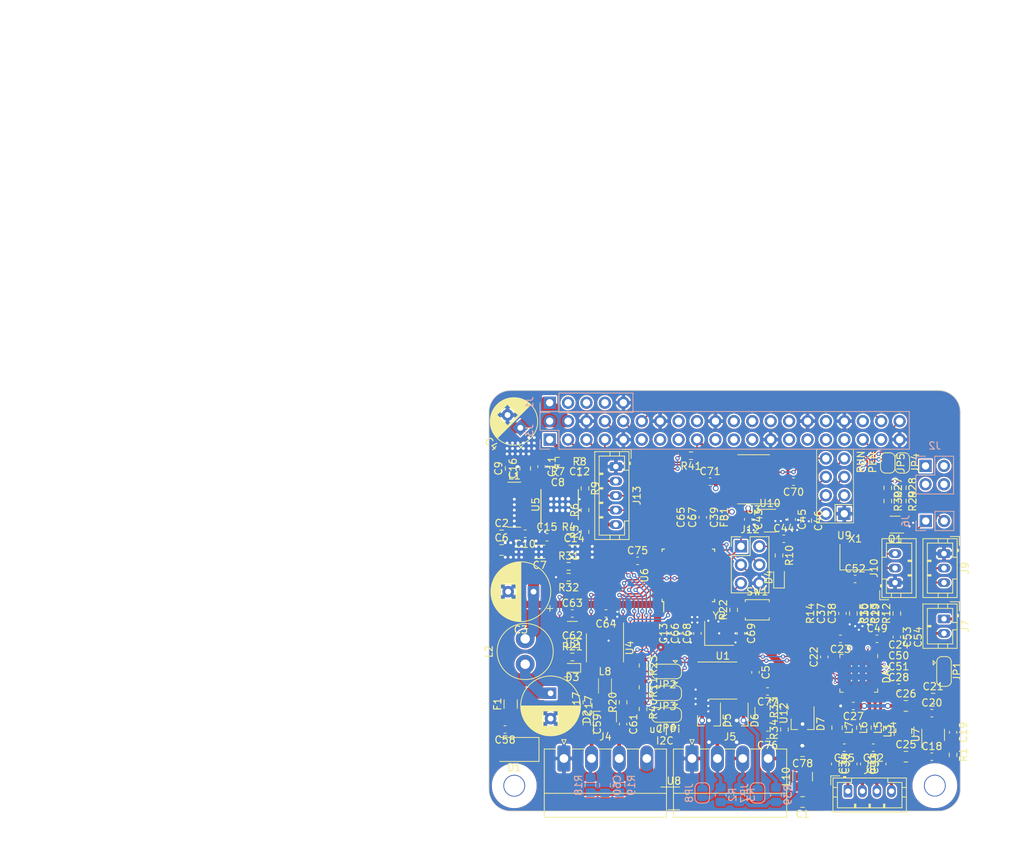
<source format=kicad_pcb>
(kicad_pcb (version 20221018) (generator pcbnew)
  (layers (0 "F.Cu" signal) (31 "B.Cu" signal) (34 "B.Paste" user) (35 "F.Paste" user) (36 "B.SilkS" user "B.Silkscreen") (37 "F.SilkS" user "F.Silkscreen") (38 "B.Mask" user) (39 "F.Mask" user) (44 "Edge.Cuts" user))
  (net 0 "")
  (net 1 "GND")
  (net 2 "/ID_SD_EEPROM")
  (net 3 "/ID_SC_EEPROM")
  (net 4 "+5V")
  (net 5 "/Vreg/SS")
  (net 6 "+3.3V")
  (net 20 "+5VD")
  (net 21 "/PI_TX")
  (net 22 "/PI_RX")
  (net 24 "Net-(J7-Pin_1)")
  (net 25 "/Vreg/SW")
  (net 26 "/CAN/CAN_{Lin}")
  (net 27 "/CAN/CAN_{SPLIT}")
  (net 28 "/CAN/CAN_{Hin}")
  (net 29 "/CAN/TX_{DL}")
  (net 30 "/Vreg/BST")
  (net 31 "/Vreg/~{SS}")
  (net 32 "/Vreg/FB")
  (net 33 "/Vreg/EN")
  (net 34 "/Vreg/RT")
  (net 35 "/PI_RUN")
  (net 36 "/PI_PEN")
  (net 37 "/audio/LIN+")
  (net 38 "/audio/LIN-")
  (net 39 "/audio/RIN+")
  (net 40 "/audio/RIN-")
  (net 41 "/audio/MICBIAS")
  (net 42 "/audio/VMID")
  (net 43 "/audio/LIN3")
  (net 44 "/audio/RIN3")
  (net 45 "/audio/MCLK")
  (net 46 "/MCU/VSEN")
  (net 47 "/I2C/INT_REF")
  (net 48 "/BUS_TX")
  (net 49 "/I2C/INT")
  (net 50 "/CLK")
  (net 51 "/audio/SPK_RN")
  (net 52 "/audio/SPK_RP")
  (net 53 "/audio/SPK_LN")
  (net 54 "/audio/SPK_LP")
  (net 55 "/audio/HP_R")
  (net 56 "VBUS")
  (net 57 "/audio/OUT3")
  (net 58 "/audio/HP_L")
  (net 59 "/LRC")
  (net 60 "/DAC")
  (net 61 "/audio/BP")
  (net 62 "/ADC")
  (net 63 "/SCL")
  (net 64 "/SDA")
  (net 65 "/I2C/SDA_{R}")
  (net 66 "/I2C/SDA_{T}")
  (net 67 "/I2C/SCL_{T}")
  (net 68 "/I2C/SCL_{R}")
  (net 69 "/GW_RX")
  (net 70 "/MCU/ISP_SCK")
  (net 71 "/GW_TX")
  (net 72 "/MCU/~{ISP_RST}")
  (net 73 "/MOT")
  (net 74 "/A_EN")
  (net 75 "Net-(D4-A)")
  (net 76 "/UC.SDA")
  (net 77 "/UC.SCL")
  (net 78 "/RF.CE")
  (net 79 "/RF.CSN")
  (net 80 "/RF.SCK")
  (net 81 "/RF.MOSI")
  (net 82 "/RF.MISO")
  (net 83 "/RF.IRQ")
  (net 84 "/POE_3")
  (net 85 "/POE_2")
  (net 86 "/POE_1")
  (net 87 "/POE_0")
  (net 88 "/SD_D3")
  (net 89 "/SD_CK")
  (net 90 "/SD_CD")
  (net 91 "/SD_D0")
  (net 92 "/SD_D1")
  (net 93 "/SD_D2")
  (net 94 "Net-(JP5-B)")
  (net 95 "Net-(JP4-B)")
  (net 96 "+3.3VA")
  (net 97 "/audio/VSPK")
  (net 98 "/MCU/AREF")
  (net 99 "+5VA")
  (net 100 "/MCU/XTAL1")
  (net 101 "/MCU/XTAL2")
  (net 102 "/CAN/Vin")
  (net 103 "/UC_INT")
  (net 104 "/PI_INT")
  (net 105 "/EXT.SDA")
  (net 106 "Net-(L8-Pad1)")
  (net 107 "/CAN/CAN_{H}")
  (net 108 "/CAN/CAN_{L}")
  (net 109 "Net-(L8-Pad4)")
  (net 110 "/EXT.SCL")
  (net 111 "/BUS_RX")
  (net 112 "/BUS_CD")
  (net 113 "/MCU/BT_0")
  (net 114 "/UC.IRQ")
  (net 115 "/UC.CE")
  (net 116 "/UC.CSN")
  (net 117 "/UC.SCK")
  (net 118 "/MCU/BT_1")
  (net 119 "/UC.MISO")
  (net 120 "/UC.MOSI")
  (net 126 "/audio/INL+")
  (net 127 "/audio/INL-")
  (net 128 "/audio/SPL+")
  (net 129 "/audio/SPL-")
  (net 130 "/audio/SPR+")
  (net 131 "/audio/SPR-")
  (net 132 "/audio/INR+")
  (net 133 "/audio/INR-")
  (net 134 "/nrf24/BP")
  (net 135 "/nrf24/3V3_RF")
  (net 136 "/audio/VMIC")
  (net 138 "/~{INT}")
  (net 139 "/MCU/PEN")
  (net 140 "/MCU/RUN")
  (net 141 "+24V")
  (footprint "project_footprints:NPTH_3mm_ID" (layer "F.Cu") (at 82.04 113.32)
    (fp_text reference "H3")
    (fp_text value "3mm_Mounting_Hole" hide)
  )
  (footprint "project_footprints:NPTH_3mm_ID" (layer "F.Cu") (at 140.03 113.31)
    (fp_text reference "H4")
    (fp_text value "3mm_Mounting_Hole" hide)
  )
  (footprint "Button_Switch_SMD:SW_SPST_B3U-1000P" (layer "F.Cu") (at 115.546356 89.067611)
    (fp_text reference "SW1")
    (fp_text value "SW_Push")
  )
  (footprint "Oscillator:Oscillator_SMD_SeikoEpson_SG8002CE-4Pin_3.2x2.5mm" (layer "F.Cu") (at 129.046356 81.817611)
    (fp_text reference "X1")
    (fp_text value "SG-8002CE")
  )
  (footprint "Capacitor_SMD:C_0603_1608Metric_Pad1.08x0.95mm_HandSolder" (layer "F.Cu") (at 131.796356 89.567611 90)
    (fp_text reference "C30")
    (fp_text value "C")
  )
  (footprint "Resistor_SMD:R_0603_1608Metric_Pad0.98x0.95mm_HandSolder" (layer "F.Cu") (at 134.796356 89.567611 90)
    (fp_text reference "R12")
    (fp_text value "R")
  )
  (footprint "Capacitor_SMD:C_0603_1608Metric_Pad1.08x0.95mm_HandSolder" (layer "F.Cu") (at 125.796356 89.567611 90)
    (fp_text reference "C37")
    (fp_text value "C")
  )
  (footprint "Capacitor_SMD:C_0603_1608Metric" (layer "F.Cu") (at 106.446356 76.317611 90)
    (fp_text reference "C65")
    (fp_text value "100n")
  )
  (footprint "Resistor_SMD:R_0603_1608Metric_Pad0.98x0.95mm_HandSolder" (layer "F.Cu") (at 133.546356 72.242611 -90)
    (fp_text reference "R27")
    (fp_text value "R")
  )
  (footprint "Inductor_SMD:L_CommonModeChoke_Coilcraft_0805USB" (layer "F.Cu") (at 94.546356 99.567611 180)
    (fp_text reference "L8")
    (fp_text value "L_Ferrite_Coupled")
  )
  (footprint "Connector_Phoenix_MC:PhoenixContact_MC_1,5_4-G-3.5_1x04_P3.50mm_Horizontal" (layer "F.Cu") (at 106.546356 109.567611)
    (fp_text reference "J5")
    (fp_text value "Screw_Terminal_01x04")
  )
  (footprint "Capacitor_THT:CP_Radial_D6.3mm_P2.50mm" (layer "F.Cu") (at 82.882425 63.9713 135)
    (fp_text reference "C4")
    (fp_text value "220u_16V")
  )
  (footprint "Resistor_SMD:R_0603_1608Metric" (layer "F.Cu") (at 119.296356 105.567611 90)
    (fp_text reference "R34")
    (fp_text value "100k")
  )
  (footprint "Package_TO_SOT_SMD:SOT-23_Handsoldering" (layer "F.Cu") (at 112.701356 104.317611 -90)
    (fp_text reference "D6")
    (fp_text value "D")
  )
  (footprint "Capacitor_SMD:C_0805_2012Metric" (layer "F.Cu") (at 136.046356 109.317611)
    (fp_text reference "C25")
    (fp_text value "22u")
  )
  (footprint "Resistor_SMD:R_0603_1608Metric_Pad0.98x0.95mm_HandSolder" (layer "F.Cu") (at 142.546356 109.067611 -90)
    (fp_text reference "R1")
    (fp_text value "R")
  )
  (footprint "Capacitor_SMD:C_0603_1608Metric" (layer "F.Cu") (at 135.046356 95.317611)
    (fp_text reference "C24")
    (fp_text value "1u")
  )
  (footprint "Diode_SMD:D_SOD-523" (layer "F.Cu") (at 90.046356 97.067611 180)
    (fp_text reference "D3")
    (fp_text value "DNP")
  )
  (footprint "Resistor_SMD:R_0603_1608Metric_Pad0.98x0.95mm_HandSolder" (layer "F.Cu") (at 133.546356 74.067611 -90)
    (fp_text reference "R30")
    (fp_text value "R")
  )
  (footprint "Capacitor_SMD:C_0603_1608Metric" (layer "F.Cu") (at 130.296356 110.317611 -90)
    (fp_text reference "C33")
    (fp_text value "C")
  )
  (footprint "Capacitor_SMD:C_0603_1608Metric" (layer "F.Cu") (at 135.046356 98.317611)
    (fp_text reference "C51")
    (fp_text value "1u")
  )
  (footprint "project_footprints:L_Bourns-SRN6045" (layer "F.Cu") (at 82.046356 74.567611 180)
    (fp_text reference "L1")
    (fp_text value "47u_3A")
  )
  (footprint "Inductor_SMD:L_0603_1608Metric" (layer "F.Cu") (at 109.546356 76.317611 -90)
    (fp_text reference "FB1")
    (fp_text value "FerriteBead")
  )
  (footprint "Resistor_SMD:R_0603_1608Metric" (layer "F.Cu") (at 90.046356 95.567611)
    (fp_text reference "R21")
    (fp_text value "0")
  )
  (footprint "Package_QFP:TQFP-32_7x7mm_P0.8mm" (layer "F.Cu") (at 106.046356 84.317611 90)
    (fp_text reference "U6")
    (fp_text value "ATmega328PB-A")
  )
  (footprint "Jumper:SolderJumper-3_P1.3mm_Open_RoundedPad1.0x1.5mm" (layer "F.Cu") (at 103.046356 103.567611 180)
    (fp_text reference "JP6")
    (fp_text value "SolderJumper_3_Open")
  )
  (footprint "Package_TO_SOT_SMD:SOT-23_Handsoldering" (layer "F.Cu") (at 94.546356 103.817611 90)
    (fp_text reference "D2")
    (fp_text value "SM712_SOT23")
  )
  (footprint "Capacitor_SMD:C_0603_1608Metric" (layer "F.Cu") (at 108.046356 76.317611 90)
    (fp_text reference "C67")
    (fp_text value "100n")
  )
  (footprint "Capacitor_SMD:C_0603_1608Metric" (layer "F.Cu") (at 120.546356 71.392611 180)
    (fp_text reference "C70")
    (fp_text value "100n")
  )
  (footprint "Resistor_SMD:R_0603_1608Metric" (layer "F.Cu") (at 89.546356 79.067611)
    (fp_text reference "R4")
    (fp_text value "R")
  )
  (footprint "Resistor_SMD:R_0603_1608Metric" (layer "F.Cu") (at 91.796356 78.317611 90)
    (fp_text reference "R5")
    (fp_text value "R")
  )
  (footprint "Capacitor_SMD:C_0603_1608Metric" (layer "F.Cu") (at 139.621356 103.317611)
    (fp_text reference "C20")
    (fp_text value "1u")
  )
  (footprint "Capacitor_SMD:C_0603_1608Metric" (layer "F.Cu") (at 107.296356 92.317611 90)
    (fp_text reference "C68")
    (fp_text value "20p")
  )
  (footprint "Resistor_SMD:R_0603_1608Metric" (layer "F.Cu") (at 88.046356 68.567611 180)
    (fp_text reference "R7")
    (fp_text value "R")
  )
  (footprint "Capacitor_SMD:C_0603_1608Metric" (layer "F.Cu") (at 80.771356 105.567611 180)
    (fp_text reference "C58")
    (fp_text value "C")
  )
  (footprint "Jumper:SolderJumper-2_P1.3mm_Open_RoundedPad1.0x1.5mm" (layer "F.Cu") (at 135.546356 68.817611 -90)
    (fp_text reference "JP4")
    (fp_text value "SolderJumper_2_Open")
  )
  (footprint "Capacitor_SMD:C_0805_2012Metric" (layer "F.Cu") (at 121.796356 115.567611 180)
    (fp_text reference "C1")
    (fp_text value "22u")
  )
  (footprint "Capacitor_SMD:C_0603_1608Metric" (layer "F.Cu") (at 136.296356 92.817611 -90)
    (fp_text reference "C54")
    (fp_text value "100n")
  )
  (footprint "Capacitor_SMD:C_0603_1608Metric" (layer "F.Cu") (at 90.046356 94.067611)
    (fp_text reference "C62")
    (fp_text value "C")
  )
  (footprint "Capacitor_SMD:C_1206_3216Metric" (layer "F.Cu") (at 90.296356 81.067611)
    (fp_text reference "C14")
    (fp_text value "10u")
  )
  (footprint "Resistor_SMD:R_0603_1608Metric" (layer "F.Cu") (at 118.546356 81.567611 -90)
    (fp_text reference "R10")
    (fp_text value "R")
  )
  (footprint "Capacitor_SMD:C_0603_1608Metric" (layer "F.Cu") (at 83.546356 78.567611 180)
    (fp_text reference "C10")
    (fp_text value "C")
  )
  (footprint "Resistor_SMD:R_0603_1608Metric" (layer "F.Cu") (at 91.796356 72.317611 -90)
    (fp_text reference "R9")
    (fp_text value "R")
  )
  (footprint "project_footprints:nRF24L01_Breakout" (layer "F.Cu") (at 127.546356 75.817611 180)
    (fp_text reference "U9")
    (fp_text value "NRF24L01_Breakout")
  )
  (footprint "Inductor_SMD:L_1210_3225Metric" (layer "F.Cu") (at 121.796356 112.067611 90)
    (fp_text reference "L10")
    (fp_text value "L")
  )
  (footprint "Capacitor_SMD:C_0805_2012Metric" (layer "F.Cu") (at 80.296356 78.807611)
    (fp_text reference "C2")
    (fp_text value "22u")
  )
  (footprint "Jumper:SolderJumper-3_P1.3mm_Open_RoundedPad1.0x1.5mm" (layer "F.Cu") (at 103.046356 100.567611 180)
    (fp_text reference "JP3")
    (fp_text value "SolderJumper_3_Open")
  )
  (footprint "Capacitor_SMD:C_0603_1608Metric" (layer "F.Cu") (at 134.796356 92.817611 -90)
    (fp_text reference "C53")
    (fp_text value "4.7u")
  )
  (footprint "Capacitor_SMD:C_0603_1608Metric" (layer "F.Cu") (at 128.796356 110.317611 90)
    (fp_text reference "C34")
    (fp_text value "C")
  )
  (footprint "Capacitor_THT:CP_Radial_D8.0mm_P3.50mm" (layer "F.Cu") (at 87.046356 100.567611 -90)
    (fp_text reference "C17")
    (fp_text value "100u_50V")
  )
  (footprint "Resistor_SMD:R_0603_1608Metric_Pad0.98x0.95mm_HandSolder" (layer "F.Cu") (at 128.796356 89.567611 -90)
    (fp_text reference "R15")
    (fp_text value "R")
  )
  (footprint "Capacitor_SMD:C_0603_1608Metric" (layer "F.Cu") (at 119.208856 79.267611)
    (fp_text reference "C44")
    (fp_text value "22n")
  )
  (footprint "Capacitor_SMD:C_0603_1608Metric" (layer "F.Cu") (at 135.046356 99.817611)
    (fp_text reference "C28")
    (fp_text value "1u")
  )
  (footprint "Capacitor_SMD:C_1206_3216Metric" (layer "F.Cu") (at 85.546356 81.067611 180)
    (fp_text reference "C7")
    (fp_text value "10u")
  )
  (footprint "Capacitor_SMD:C_0603_1608Metric" (layer "F.Cu") (at 132.071356 93.067611)
    (fp_text reference "C49")
    (fp_text value "1u")
  )
  (footprint "Package_SO:SOIC-8_3.9x4.9mm_P1.27mm" (layer "F.Cu") (at 110.796356 98.817611)
    (fp_text reference "U1")
    (fp_text value "P82B96")
  )
  (footprint "Capacitor_SMD:C_0603_1608Metric" (layer "F.Cu") (at 139.621356 109.317611)
    (fp_text reference "C18")
    (fp_text value "1u")
  )
  (footprint "Package_TO_SOT_SMD:SOT-23_Handsoldering" (layer "F.Cu") (at 108.891356 104.317611 -90)
    (fp_text reference "D5")
    (fp_text value "D")
  )
  (footprint "Capacitor_SMD:C_0603_1608Metric" (layer "F.Cu") (at 113.296356 92.317611 -90)
    (fp_text reference "C69")
    (fp_text value "20p")
  )
  (footprint "Capacitor_SMD:C_0603_1608Metric" (layer "F.Cu") (at 92.046356 104.817611 -90)
    (fp_text reference "C59")
    (fp_text value "C")
  )
  (footprint "Capacitor_SMD:C_0603_1608Metric" (layer "F.Cu") (at 120.296356 76.592611 -90)
    (fp_text reference "C45")
    (fp_text value "1u")
  )
  (footprint "Inductor_SMD:L_0805_2012Metric_Pad1.15x1.40mm_HandSolder" (layer "F.Cu") (at 132.546356 105.317611 -90)
    (fp_text reference "L4")
    (fp_text value "L")
  )
  (footprint "Capacitor_SMD:C_0805_2012Metric" (layer "F.Cu") (at 83.546356 69.567611 90)
    (fp_text reference "C16")
    (fp_text value "22u")
  )
  (footprint "project_footprints:Diodes_SO-8EP" (layer "F.Cu") (at 88.296355 74.557611 90)
    (fp_text reference "U5")
    (fp_text value "AP64352")
  )
  (footprint "Connector_JST:JST_PH_B2B-PH-K_1x02_P2.00mm_Vertical" (layer "F.Cu") (at 141.296356 90.317611 -90)
    (fp_text reference "J7")
    (fp_text value "Conn_01x02")
  )
  (footprint "Crystal:Crystal_SMD_3225-4Pin_3.2x2.5mm" (layer "F.Cu") (at 110.296356 92.317611)
    (fp_text reference "Y2")
    (fp_text value "Crystal_GND24")
  )
  (footprint "Package_TO_SOT_SMD:SOT-23_Handsoldering" (layer "F.Cu") (at 121.796356 104.817611 -90)
    (fp_text reference "D7")
    (fp_text value "D")
  )
  (footprint "Resistor_SMD:R_0603_1608Metric" (layer "F.Cu") (at 112.296356 89.067611 90)
    (fp_text reference "R22")
    (fp_text value "R")
  )
  (footprint "Resistor_SMD:R_0603_1608Metric" (layer "F.Cu") (at 99.796356 96.742611 -90)
    (fp_text reference "R23")
    (fp_text value "R")
  )
  (footprint "Jumper:SolderJumper-3_P1.3mm_Open_RoundedPad1.0x1.5mm" (layer "F.Cu") (at 141.296356 97.567611 -90)
    (fp_text reference "JP1")
    (fp_text value "SolderJumper_3_Open")
  )
  (footprint "Capacitor_SMD:C_0603_1608Metric" (layer "F.Cu") (at 97.046356 104.817611 -90)
    (fp_text reference "C61")
    (fp_text value "C")
  )
  (footprint "Capacitor_SMD:C_0603_1608Metric" (layer "F.Cu") (at 109.046356 71.392611)
    (fp_text reference "C71")
    (fp_text value "100n")
  )
  (footprint "Resistor_SMD:R_0603_1608Metric" (layer "F.Cu") (at 91.796356 75.317611 90)
    (fp_text reference "R6")
    (fp_text value "R")
  )
  (footprint "Capacitor_SMD:C_0603_1608Metric" (layer "F.Cu") (at 115.296356 97.687611 -90)
    (fp_text reference "C5")
    (fp_text value "100n")
  )
  (footprint "Inductor_SMD:L_0805_2012Metric_Pad1.15x1.40mm_HandSolder" (layer "F.Cu") (at 126.546356 105.317611 -90)
    (fp_text reference "L7")
    (fp_text value "L")
  )
  (footprint "Package_TO_SOT_SMD:SOT-23-8" (layer "F.Cu") (at 104.046356 115.067611)
    (fp_text reference "U8")
    (fp_text value "BCT0102")
  )
  (footprint "Capacitor_THT:CP_Radial_D8.0mm_P3.50mm" (layer "F.Cu") (at 84.699007 86.567611 180)
    (fp_text reference "C3")
    (fp_text value "100u_50V")
  )
  (footprint "Capacitor_SMD:C_0603_1608Metric" (layer "F.Cu") (at 88.046356 70.067611 180)
    (fp_text reference "C8")
    (fp_text value "C")
  )
  (footprint "Package_TO_SOT_SMD:SOT-23-5" (layer "F.Cu") (at 117.296356 76.767611)
    (fp_text reference "U10")
    (fp_text value "SPX3819M5-L-3-3")
  )
  (footprint "Capacitor_SMD:C_0603_1608Metric" (layer "F.Cu") (at 86.546356 79.067611)
    (fp_text reference "C15")
    (fp_text value "C")
  )
  (footprint "Capacitor_SMD:C_0805_2012Metric" (layer "F.Cu") (at 122.296356 76.767611 -90)
    (fp_text reference "C46")
    (fp_text value "22u")
  )
  (footprint "Inductor_SMD:L_0805_2012Metric_Pad1.15x1.40mm_HandSolder" (layer "F.Cu") (at 130.546356 105.317611 -90)
    (fp_text reference "L5")
    (fp_text value "L")
  )
  (footprint "Package_SO:SOIC-8_3.9x4.9mm_P1.27mm" (layer "F.Cu") (at 94.546356 94.317611 -90)
    (fp_text reference "U4")
    (fp_text value "TJA1051T-3")
  )
  (footprint "Capacitor_SMD:C_0603_1608Metric" (layer "F.Cu") (at 114.296356 76.592611 -90)
    (fp_text reference "C43")
    (fp_text value "1u")
  )
  (footprint "Capacitor_SMD:C_0805_2012Metric" (layer "F.Cu") (at 139.796356 101.317611)
    (fp_text reference "C21")
    (fp_text value "22u")
  )
  (footprint "Package_TO_SOT_SMD:SOT-363_SC-70-6" (layer "F.Cu") (at 90.046356 91.817611 180)
    (fp_text reference "U2")
    (fp_text value "74LVC1G57")
  )
  (footprint "Resistor_SMD:R_0603_1608Metric_Pad0.98x0.95mm_HandSolder" (layer "F.Cu") (at 124.296356 89.567611 90)
    (fp_text reference "R14")
    (fp_text value "R")
  )
  (footprint "Capacitor_SMD:C_0603_1608Metric" (layer "F.Cu") (at 105.646356 92.317611 90)
    (fp_text reference "C66")
    (fp_text value "100n")
  )
  (footprint "Connector_JST:JST_PH_B4B-PH-K_1x04_P2.00mm_Vertical" (layer "F.Cu") (at 128.046356 114.067611)
    (fp_text reference "J8")
    (fp_text value "Conn_01x04")
  )
  (footprint "Connector_Phoenix_MC:PhoenixContact_MC_1,5_4-G-3.81_1x04_P3.81mm_Horizontal" (layer "F.Cu") (at 88.886356 109.567611)
    (fp_text reference "J4")
    (fp_text value "Screw_Terminal_CAN")
  )
  (footprint "Capacitor_SMD:C_0603_1608Metric" (layer "F.Cu") (at 90.046356 89.567611)
    (fp_text reference "C63")
    (fp_text value "C")
  )
  (footprint "Capacitor_SMD:C_0805_2012Metric" (layer "F.Cu") (at 81.546357 69.567611 90)
    (fp_text reference "C9")
    (fp_text value "22u")
  )
  (footprint "Capacitor_SMD:C_0603_1608Metric_Pad1.08x0.95mm_HandSolder" (layer "F.Cu") (at 127.296356 89.567611 90)
    (fp_text reference "C38")
    (fp_text value "C")
  )
  (footprint "Capacitor_SMD:C_0603_1608Metric" (layer "F.Cu") (at 99.046356 82.317611)
    (fp_text reference "C75")
    (fp_text value "100n")
  )
  (footprint "Connector_JST:JST_PH_B5B-PH-K_1x05_P2.00mm_Vertical" (layer "F.Cu") (at 96.046356 69.317611 -90)
    (fp_text reference "J13")
    (fp_text value "motion and brightness sensors")
  )
  (footprint "Jumper:SolderJumper-2_P1.3mm_Open_RoundedPad1.0x1.5mm" (layer "F.Cu") (at 133.546356 68.817611 -90)
    (fp_text reference "JP5")
    (fp_text value "SolderJumper_2_Open")
  )
  (footprint "Capacitor_SMD:C_0603_1608Metric_Pad1.08x0.95mm_HandSolder" (layer "F.Cu") (at 133.296356 89.567611 90)
    (fp_text reference "C29")
    (fp_text value "C")
  )
  (footprint "Inductor_THT:L_Radial_D7.5mm_P3.50mm_Fastron_07P" (layer "F.Cu") (at 83.546356 96.567611 90)
    (fp_text reference "L2")
    (fp_text value "L_Ferrite")
  )
  (footprint "Diode_SMD:D_SMA" (layer "F.Cu") (at 82.046356 108.317611 180)
    (fp_text reference "D1")
    (fp_text value "D_Zener")
  )
  (footprint "Resistor_SMD:R_0603_1608Metric_Pad0.98x0.95mm_HandSolder" (layer "F.Cu") (at 130.296356 89.567611 -90)
    (fp_text reference "R13")
    (fp_text value "R")
  )
  (footprint "Capacitor_SMD:C_0805_2012Metric" (layer "F.Cu") (at 136.046356 102.317611)
    (fp_text reference "C26")
    (fp_text value "22u")
  )
  (footprint "Resistor_SMD:R_0603_1608Metric" (layer "F.Cu") (at 97.046356 101.817611 90)
    (fp_text reference "R20")
    (fp_text value "R")
  )
  (footprint "Fuse:Fuse_1206_3216Metric_Pad1.42x1.75mm_HandSolder" (layer "F.Cu") (at 81.546356 102.067611 90)
    (fp_text reference "F1")
    (fp_text value "Fuse")
  )
  (footprint "Capacitor_SMD:C_0603_1608Metric" (layer "F.Cu") (at 131.546356 108.067611 180)
    (fp_text reference "C32")
    (fp_text value "C")
  )
  (footprint "Capacitor_SMD:C_0603_1608Metric" (layer "F.Cu") (at 111.046356 76.317611 90)
    (fp_text reference "C39")
    (fp_text value "1u")
  )
  (footprint "Connector_JST:JST_PH_B3B-PH-K_1x03_P2.00mm_Vertical" (layer "F.Cu") (at 134.546356 85.317611 90)
    (fp_text reference "J10")
    (fp_text value "Conn_01x03")
  )
  (footprint "Resistor_SMD:R_0603_1608Metric" (layer "F.Cu") (at 92.046356 101.817611 90)
    (fp_text reference "R17")
    (fp_text value "R")
  )
  (footprint "Capacitor_SMD:C_0603_1608Metric" (layer "F.Cu") (at 116.971356 106.317611 180)
    (fp_text reference "C76")
    (fp_text value "100n")
  )
  (footprint "Package_SO:TSSOP-20_4.4x6.5mm_P0.65mm" (layer "F.Cu") (at 115.046356 71.067611 180)
    (fp_text reference "U3")
    (fp_text value "TXB0108DQSR")
  )
  (footprint "Resistor_SMD:R_0603_1608Metric" (layer "F.Cu") (at 89.546356 84.567611 180)
    (fp_text reference "R32")
    (fp_text value "12k")
  )
  (footprint "Resistor_SMD:R_0603_1608Metric" (layer "F.Cu") (at 106.415 67.817611 180)
    (fp_text reference "R41")
    (fp_text value "R")
  )
  (footprint "Capacitor_SMD:C_0603_1608Metric" (layer "F.Cu") (at 129.036356 84.817611)
    (fp_text reference "C52")
    (fp_text value "1u")
  )
  (footprint "Capacitor_SMD:C_0603_1608Metric" (layer "F.Cu") (at 85.796356 69.317611 -90)
    (fp_text reference "C11")
    (fp_text value "C")
  )
  (footprint "Capacitor_SMD:C_0603_1608Metric" (layer "F.Cu") (at 135.046356 96.817611)
    (fp_text reference "C50")
    (fp_text value "4.7u")
  )
  (footprint "Capacitor_SMD:C_0603_1608Metric" (layer "F.Cu") (at 124.796356 95.567611 90)
    (fp_text reference "C22")
    (fp_text value "1u")
  )
  (footprint "Inductor_SMD:L_0805_2012Metric_Pad1.15x1.40mm_HandSolder" (layer "F.Cu") (at 128.546356 105.317611 -90)
    (fp_text reference "L6")
    (fp_text value "L")
  )
  (footprint "Resistor_SMD:R_0603_1608Metric" (layer "F.Cu") (at 99.796356 102.742611 -90)
    (fp_text reference "R40")
    (fp_text value "R")
  )
  (footprint "Capacitor_SMD:C_0603_1608Metric" (layer "F.Cu") (at 132.796356 110.317611 90)
    (fp_text reference "C31")
    (fp_text value "C")
  )
  (footprint "Capacitor_SMD:C_0603_1608Metric" (layer "F.Cu") (at 91.046356 68.567611 180)
    (fp_text reference "C12")
    (fp_text value "C")
  )
  (footprint "Package_TO_SOT_SMD:SOT-23-5" (layer "F.Cu") (at 139.796356 106.317611 90)
    (fp_text reference "U7")
    (fp_text value "SPX3819M5-L-3-3")
  )
  (footprint "Connector_JST:JST_PH_B3B-PH-K_1x03_P2.00mm_Vertical" (layer "F.Cu") (at 141.296356 81.317611 -90)
    (fp_text reference "J9")
    (fp_text value "Conn_01x03")
  )
  (footprint "Capacitor_SMD:C_0805_2012Metric" (layer "F.Cu") (at 80.296356 80.817611)
    (fp_text reference "C6")
    (fp_text value "22u")
  )
  (footprint "Capacitor_SMD:C_0603_1608Metric" (layer "F.Cu") (at 142.546356 105.955111 -90)
    (fp_text reference "C19")
    (fp_text value "22n")
  )
  (footprint "Package_TO_SOT_SMD:SOT-23-5" (layer "F.Cu") (at 116.796356 103.317611 -90)
    (fp_text reference "U12")
    (fp_text value "LM397")
  )
  (footprint "Resistor_SMD:R_0603_1608Metric" (layer "F.Cu") (at 89.546356 83.067611)
    (fp_text reference "R31")
    (fp_text value "470k")
  )
  (footprint "Capacitor_SMD:C_0603_1608Metric" (layer "F.Cu") (at 127.021357 93.067611 180)
    (fp_text reference "C23")
    (fp_text value "1u")
  )
  (footprint "Resistor_SMD:R_0603_1608Metric_Pad0.98x0.95mm_HandSolder" (layer "F.Cu") (at 135.546356 72.242611 -90)
    (fp_text reference "R28")
    (fp_text value "R")
  )
  (footprint "Capacitor_SMD:C_0805_2012Metric" (layer "F.Cu") (at 121.796356 108.567611 180)
    (fp_text reference "C78")
    (fp_text value "22u")
  )
  (footprint "Connector_PinHeader_2.54mm:PinHeader_2x03_P2.54mm_Vertical" (layer "F.Cu") (at 113.296356 80.317611)
    (fp_text reference "J12")
    (fp_text value "AVR-ISP-6")
  )
  (footprint "Capacitor_SMD:C_0603_1608Metric" (layer "F.Cu") (at 104.046356 92.317611 90)
    (fp_text reference "C13")
    (fp_text value "1u")
  )
  (footprint "Capacitor_SMD:C_0603_1608Metric" (layer "F.Cu") (at 94.686356 89.567611 180)
    (fp_text reference "C64")
    (fp_text value "100n")
  )
  (footprint "Capacitor_SMD:C_0603_1608Metric" (layer "F.Cu") (at 126.296356 110.317611 -90)
    (fp_text reference "C36")
    (fp_text value "C")
  )
  (footprint "Resistor_SMD:R_0603_1608Metric" (layer "F.Cu") (at 99.796356 99.742611 -90)
    (fp_text reference "R11")
    (fp_text value "R")
  )
  (footprint "Package_DFN_QFN:QFN-32-1EP_5x5mm_P0.5mm_EP3.45x3.45mm_ThermalVias" (layer "F.Cu") (at 129.546356 97.817611 -90)
    (fp_text reference "DA1")
    (fp_text value "WM8960")
  )
  (footprint "Capacitor_SMD:C_0603_1608Metric" (layer "F.Cu") (at 127.546356 108.067611 180)
    (fp_text reference "C35")
    (fp_text value "C")
  )
  (footprint "Resistor_SMD:R_0603_1608Metric_Pad0.98x0.95mm_HandSolder" (layer "F.Cu") (at 135.546356 74.067611 -90)
    (fp_text reference "R29")
    (fp_text value "R")
  )
  (footprint "Resistor_SMD:R_0603_1608Metric" (layer "F.Cu") (at 91.046357 70.067611)
    (fp_text reference "R8")
    (fp_text value "R")
  )
  (footprint "Resistor_SMD:R_0603_1608Metric" (layer "F.Cu") (at 119.296356 102.567611 90)
    (fp_text reference "R33")
    (fp_text value "100k")
  )
  (footprint "Capacitor_SMD:C_0603_1608Metric" (layer "F.Cu") (at 116.971356 100.317611 180)
    (fp_text reference "C77")
    (fp_text value "100n")
  )
  (footprint "LED_SMD:LED_0603_1608Metric" (layer "F.Cu") (at 118.546356 84.567611 90)
    (fp_text reference "D4")
    (fp_text value "LED")
  )
  (footprint "Inductor_SMD:L_1210_3225Metric" (layer "F.Cu") (at 135.796356 105.817611 90)
    (fp_text reference "L3")
    (fp_text value "L")
  )
  (footprint "Jumper:SolderJumper-3_P1.3mm_Open_RoundedPad1.0x1.5mm" (layer "F.Cu") (at 103.046356 97.567611 180)
    (fp_text reference "JP2")
    (fp_text value "SolderJumper_3_Open")
  )
  (footprint "Capacitor_SMD:C_0603_1608Metric" (layer "F.Cu") (at 128.796356 102.317611 180)
    (fp_text reference "C27")
    (fp_text value "1u")
  )
  (footprint "Package_TO_SOT_SMD:SOT-363_SC-70-6" (layer "F.Cu") (at 134.546356 77.317611 180)
    (fp_text reference "Q1")
    (fp_text value "Q_Dual_NMOS_S1G1D2S2G2D1")
  )
  (footprint "project_footprints:raspberry_pi" (layer "B.Cu") (at 86.92 65.59 -90)
    (fp_text reference "J3")
    (fp_text value "40HAT")
  )
  (footprint "Connector_PinSocket_2.54mm:PinSocket_1x05_P2.54mm_Vertical" (layer "B.Cu") (at 86.92 60.51 -90)
    (fp_text reference "J1")
    (fp_text value "display")
  )
  (footprint "Capacitor_SMD:C_0805_2012Metric_Pad1.18x1.45mm_HandSolder" (layer "B.Cu") (at 94.546356 113.250111 90)
    (fp_text reference "C60")
    (fp_text value "C")
  )
  (footprint "Connector_PinSocket_2.54mm:PinSocket_1x02_P2.54mm_Vertical" (layer "B.Cu") (at 138.776355 76.817611 -90)
    (fp_text reference "J6")
    (fp_text value "Conn_01x02")
  )
  (footprint "Connector_PinSocket_2.54mm:PinSocket_2x02_P2.54mm_Vertical" (layer "B.Cu") (at 138.75 69.22 180)
    (fp_text reference "J2")
    (fp_text value "Conn_02x02_Odd_Even")
  )
  (footprint "Jumper:SolderJumper-2_P1.3mm_Open_RoundedPad1.0x1.5mm" (layer "B.Cu") (at 107.966356 114.317611 -90)
    (fp_text reference "JP8")
    (fp_text value "SolderJumper_2_Open")
  )
  (footprint "Resistor_SMD:R_0805_2012Metric_Pad1.20x1.40mm_HandSolder" (layer "B.Cu") (at 96.546356 113.250111 90)
    (fp_text reference "R19")
    (fp_text value "R")
  )
  (footprint "Resistor_SMD:R_0805_2012Metric_Pad1.20x1.40mm_HandSolder" (layer "B.Cu") (at 113.046356 114.567611 90)
    (fp_text reference "R3")
    (fp_text value "200")
  )
  (footprint "Resistor_SMD:R_0805_2012Metric_Pad1.20x1.40mm_HandSolder" (layer "B.Cu") (at 110.506356 114.567611 90)
    (fp_text reference "R2")
    (fp_text value "200")
  )
  (footprint "Resistor_SMD:R_0805_2012Metric_Pad1.20x1.40mm_HandSolder" (layer "B.Cu") (at 92.546356 113.250111 -90)
    (fp_text reference "R18")
    (fp_text value "R")
  )
  (footprint "Resistor_SMD:R_0805_2012Metric_Pad1.20x1.40mm_HandSolder" (layer "B.Cu") (at 118.126356 114.567611 90)
    (fp_text reference "R39")
    (fp_text value "200")
  )
  (footprint "Jumper:SolderJumper-2_P1.3mm_Open_RoundedPad1.0x1.5mm" (layer "B.Cu") (at 115.586356 114.317611 -90)
    (fp_text reference "JP7")
    (fp_text value "SolderJumper_2_Open")
  )
  (gr_line (start 143.546356 113.817611) (end 143.546356 61.817611) (stroke (width 0.1)) (layer "Edge.Cuts"))
  (gr_line (start 78.546356 61.817611) (end 78.546356 113.817611) (stroke (width 0.1)) (layer "Edge.Cuts"))
  (gr_arc locked (start 143.546351 113.822847) (mid 142.665824 115.940781) (end 140.546356 116.817611) (stroke (width 0.1)) (layer "Edge.Cuts"))
  (gr_line (start 140.546356 58.817611) (end 81.546356 58.817611) (stroke (width 0.1)) (layer "Edge.Cuts"))
  (gr_line locked (start 81.546356 116.817611) (end 140.546356 116.817611) (stroke (width 0.1)) (layer "Edge.Cuts"))
  (gr_arc (start 140.546356 58.817611) (mid 142.667705 59.696275) (end 143.546356 61.817611) (stroke (width 0.1)) (layer "Edge.Cuts"))
  (gr_arc (start 78.546356 61.817611) (mid 79.425033 59.696275) (end 81.546356 58.817611) (stroke (width 0.1)) (layer "Edge.Cuts"))
  (gr_arc locked (start 81.546356 116.817611) (mid 79.425036 115.938931) (end 78.546356 113.817611) (stroke (width 0.1)) (layer "Edge.Cuts"))
  (gr_text "uC|Pi\nI2C" (at 102.796356 106.317611) (layer "F.SilkS") (effects (font (size 1 1))))
  (gr_text "RUN\nPEN" (at 132.046356 70.317611 90) (layer "F.SilkS") (effects (font (size 1 1)) (justify left bottom)))
  (via (at 95.046356 93.317611) (size 0.6) (drill 0.3) (layers "F.Cu" "B.Cu") (net 1))
  (via (at 84.796356 66.067611) (size 0.8) (drill 0.4) (layers "F.Cu" "B.Cu") (net 1))
  (via (at 82.546356 67.567611) (size 0.8) (drill 0.4) (layers "F.Cu" "B.Cu") (net 1))
  (via (at 127.046356 102.317611) (size 0.8) (drill 0.4) (layers "F.Cu" "B.Cu") (net 1))
  (via (at 115.046356 77.317611) (size 0.6) (drill 0.3) (layers "F.Cu" "B.Cu") (net 1))
  (via (at 128.296356 91.067611) (size 0.6) (drill 0.3) (layers "F.Cu" "B.Cu") (net 1))
  (via (at 108.796356 101.567611) (size 0.6) (drill 0.3) (layers "F.Cu" "B.Cu") (net 1))
  (via (at 83.546356 79.567611) (size 0.8) (drill 0.4) (layers "F.Cu" "B.Cu") (net 1))
  (via (at 121.796356 104.817611) (size 0.8) (drill 0.5) (layers "F.Cu" "B.Cu") (net 1))
  (via (at 85.796356 81.817611) (size 0.8) (drill 0.4) (layers "F.Cu" "B.Cu") (net 1))
  (via (at 91.046356 78.317611) (size 0.6) (drill 0.3) (layers "F.Cu" "B.Cu") (net 1))
  (via (at 81.046356 67.567611) (size 0.8) (drill 0.4) (layers "F.Cu" "B.Cu") (net 1))
  (via (at 90.796356 80.317611) (size 0.8) (drill 0.4) (layers "F.Cu" "B.Cu") (net 1))
  (via (at 107.046356 100.067611) (size 0.6) (drill 0.3) (layers "F.Cu" "B.Cu") (net 1))
  (via (at 92.796356 81.817611) (size 0.8) (drill 0.4) (layers "F.Cu" "B.Cu") (net 1))
  (via (at 85.546356 78.317611) (size 0.6) (drill 0.3) (layers "F.Cu" "B.Cu") (net 1))
  (via (at 82.046356 76.817611) (size 0.8) (drill 0.4) (layers "F.Cu" "B.Cu") (net 1))
  (via (at 103.296356 92.317611) (size 0.6) (drill 0.3) (layers "F.Cu" "B.Cu") (net 1))
  (via (at 130.796356 91.067611) (size 0.6) (drill 0.3) (layers "F.Cu" "B.Cu") (net 1))
  (via (at 84.046356 67.567611) (size 0.8) (drill 0.4) (layers "F.Cu" "B.Cu") (net 1))
  (via (at 91.046356 75.317611) (size 0.6) (drill 0.3) (layers "F.Cu" "B.Cu") (net 1))
  (via (at 85.796356 81.067611) (size 0.8) (drill 0.4) (layers "F.Cu" "B.Cu") (net 1))
  (via (at 129.546356 91.817611) (size 0.6) (drill 0.3) (layers "F.Cu" "B.Cu") (net 1))
  (via (at 120.296356 78.067611) (size 0.6) (drill 0.3) (layers "F.Cu" "B.Cu") (net 1))
  (via (at 86.546356 69.317611) (size 0.6) (drill 0.3) (layers "F.Cu" "B.Cu") (net 1))
  (via (at 119.546356 78.067611) (size 0.6) (drill 0.3) (layers "F.Cu" "B.Cu") (net 1))
  (via (at 82.296356 80.317611) (size 0.8) (drill 0.4) (layers "F.Cu" "B.Cu") (net 1))
  (via (at 106.546356 90.067611) (size 0.6) (drill 0.3) (layers "F.Cu" "B.Cu") (net 1))
  (via (at 96.263686 89.332556) (size 0.6) (drill 0.3) (layers "F.Cu" "B.Cu") (net 1))
  (via (at 81.796356 67.567611) (size 0.8) (drill 0.4) (layers "F.Cu" "B.Cu") (net 1))
  (via (at 82.046356 77.567611) (size 0.8) (drill 0.4) (layers "F.Cu" "B.Cu") (net 1))
  (via (at 110.188548 90.68579) (size 0.6) (drill 0.3) (layers "F.Cu" "B.Cu") (net 1))
  (via (at 84.796356 65.317611) (size 0.8) (drill 0.4) (layers "F.Cu" "B.Cu") (net 1))
  (via (at 107.296356 90.817611) (size 0.6) (drill 0.3) (layers "F.Cu" "B.Cu") (net 1))
  (via (at 106.375493 93.56761) (size 0.6) (drill 0.3) (layers "F.Cu" "B.Cu") (net 1))
  (via (at 81.796356 66.067611) (size 0.8) (drill 0.4) (layers "F.Cu" "B.Cu") (net 1))
  (via (at 90.796356 81.067611) (size 0.8) (drill 0.4) (layers "F.Cu" "B.Cu") (net 1))
  (via (at 107.046356 102.067611) (size 0.6) (drill 0.3) (layers "F.Cu" "B.Cu") (net 1))
  (via (at 112.546356 93.567611) (size 0.6) (drill 0.3) (layers "F.Cu" "B.Cu") (net 1))
  (via (at 121.168466 77.407024) (size 0.6) (drill 0.3) (layers "F.Cu" "B.Cu") (net 1))
  (via (at 112.701356 107.317611) (size 0.8) (drill 0.5) (layers "F.Cu" "B.Cu") (net 1))
  (via (at 81.046356 66.067611) (size 0.8) (drill 0.4) (layers "F.Cu" "B.Cu") (net 1))
  (via (at 121.046356 78.067611) (size 0.6) (drill 0.3) (layers "F.Cu" "B.Cu") (net 1))
  (via (at 82.046356 76.067611) (size 0.8) (drill 0.4) (layers "F.Cu" "B.Cu") (net 1))
  (via (at 81.546356 81.817611) (size 0.8) (drill 0.4) (layers "F.Cu" "B.Cu") (net 1))
  (via (at 83.296356 66.067611) (size 0.8) (drill 0.4) (layers "F.Cu" "B.Cu") (net 1))
  (via (at 82.546356 66.067611) (size 0.8) (drill 0.4) (layers "F.Cu" "B.Cu") (net 1))
  (via (at 80.796356 79.817611) (size 0.8) (drill 0.4) (layers "F.Cu" "B.Cu") (net 1))
  (via (at 108.796356 90.567611) (size 0.6) (drill 0.3) (layers "F.Cu" "B.Cu") (net 1))
  (via (at 119.567624 76.633781) (size 0.6) (drill 0.3) (layers "F.Cu" "B.Cu") (net 1))
  (via (at 114.046356 92.317611) (size 0.6) (drill 0.3) (layers "F.Cu" "B.Cu") (net 1))
  (via (at 130.046356 91.317611) (size 0.6) (drill 0.3) (layers "F.Cu" "B.Cu") (net 1))
  (via (at 107.296356 90.067611) (size 0.6) (drill 0.3) (layers "F.Cu" "B.Cu") (net 1))
  (via (at 91.046356 73.817611) (size 0.6) (drill 0.3) (layers "F.Cu" "B.Cu") (net 1))
  (via (at 83.046356 81.817611) (size 0.8) (drill 0.4) (layers "F.Cu" "B.Cu") (net 1))
  (via (at 83.046356 81.067611) (size 0.8) (drill 0.4) (layers "F.Cu" "B.Cu") (net 1))
  (via (at 129.046356 91.317611) (size 0.6) (drill 0.3) (layers "F.Cu" "B.Cu") (net 1))
  (via (at 112.701356 104.317611) (size 0.8) (drill 0.5) (layers "F.Cu" "B.Cu") (net 1))
  (via (at 84.046356 66.067611) (size 0.8) (drill 0.4) (layers "F.Cu" "B.Cu") (net 1))
  (via (at 85.046356 80.317611) (size 0.8) (drill 0.4) (layers "F.Cu" "B.Cu") (net 1))
  (via (at 137.046356 77.067611) (size 0.6) (drill 0.3) (layers "F.Cu" "B.Cu") (net 1))
  (via (at 110.296356 92.317611) (size 0.6) (drill 0.3) (layers "F.Cu" "B.Cu") (net 1))
  (via (at 107.046356 101.317611) (size 0.6) (drill 0.3) (layers "F.Cu" "B.Cu") (net 1))
  (via (at 82.046356 75.317611) (size 0.8) (drill 0.4) (layers "F.Cu" "B.Cu") (net 1))
  (via (at 84.796356 66.817611) (size 0.8) (drill 0.4) (layers "F.Cu" "B.Cu") (net 1))
  (via (at 90.046356 80.317611) (size 0.8) (drill 0.4) (layers "F.Cu" "B.Cu") (net 1))
  (via (at 82.296356 81.817611) (size 0.8) (drill 0.4) (layers "F.Cu" "B.Cu") (net 1))
  (via (at 121.753648 107.796752) (size 0.8) (drill 0.5) (layers "F.Cu" "B.Cu") (net 1))
  (via (at 85.796356 80.317611) (size 0.8) (drill 0.4) (layers "F.Cu" "B.Cu") (net 1))
  (via (at 92.796356 80.317611) (size 0.8) (drill 0.4) (layers "F.Cu" "B.Cu") (net 1))
  (via (at 115.046356 78.067611) (size 0.6) (drill 0.3) (layers "F.Cu" "B.Cu") (net 1))
  (via (at 108.796356 102.317611) (size 0.6) (drill 0.3) (layers "F.Cu" "B.Cu") (net 1))
  (via (at 81.546356 79.817611) (size 0.8) (drill 0.4) (layers "F.Cu" "B.Cu") (net 1))
  (via (at 103.296356 93.567611) (size 0.6) (drill 0.3) (layers "F.Cu" "B.Cu") (net 1))
  (via (at 106.546356 90.817611) (size 0.6) (drill 0.3) (layers "F.Cu" "B.Cu") (net 1))
  (via (at 106.452105 92.317774) (size 0.6) (drill 0.3) (layers "F.Cu" "B.Cu") (net 1))
  (via (at 115.033227 76.642011) (size 0.6) (drill 0.3) (layers "F.Cu" "B.Cu") (net 1))
  (via (at 85.046356 79.567611) (size 0.8) (drill 0.4) (layers "F.Cu" "B.Cu") (net 1))
  (via (at 84.046356 66.817611) (size 0.8) (drill 0.4) (layers "F.Cu" "B.Cu") (net 1))
  (via (at 104.796356 93.567611) (size 0.6) (drill 0.3) (layers "F.Cu" "B.Cu") (net 1))
  (via (at 118.046356 76.817611) (size 0.6) (drill 0.3) (layers "F.Cu" "B.Cu") (net 1))
  (via (at 82.046356 74.567611) (size 0.8) (drill 0.4) (layers "F.Cu" "B.Cu") (net 1))
  (via (at 96.243268 90.022691) (size 0.6) (drill 0.3) (layers "F.Cu" "B.Cu") (net 1))
  (via (at 90.796356 81.817611) (size 0.8) (drill 0.4) (layers "F.Cu" "B.Cu") (net 1))
  (via (at 88.046356 69.317611) (size 0.6) (drill 0.3) (layers "F.Cu" "B.Cu") (net 1))
  (via (at 121.174138 76.681045) (size 0.6) (drill 0.3) (layers "F.Cu" "B.Cu") (net 1))
  (via (at 95.796356 90.567611) (size 0.6) (drill 0.3) (layers "F.Cu" "B.Cu") (net 1))
  (via (at 90.046356 81.067611) (size 0.8) (drill 0.4) (layers "F.Cu" "B.Cu") (net 1))
  (via (at 102.796356 93.067611) (size 0.6) (drill 0.3) (layers "F.Cu" "B.Cu") (net 1))
  (via (at 118.796356 76.817611) (size 0.6) (drill 0.3) (layers "F.Cu" "B.Cu") (net 1))
  (via (at 83.296356 66.817611) (size 0.8) (drill 0.4) (layers "F.Cu" "B.Cu") (net 1))
  (via (at 94.796356 90.317611) (size 0.6) (drill 0.3) (layers "F.Cu" "B.Cu") (net 1))
  (via (at 82.546356 69.317611) (size 0.8) (drill 0.4) (layers "F.Cu" "B.Cu") (net 1))
  (via (at 81.796356 66.817611) (size 0.8) (drill 0.4) (layers "F.Cu" "B.Cu") (net 1))
  (via (at 86.296356 78.317611) (size 0.6) (drill 0.3) (layers "F.Cu" "B.Cu") (net 1))
  (via (at 112.546356 92.317611) (size 0.6) (drill 0.3) (layers "F.Cu" "B.Cu") (net 1))
  (via (at 83.296356 67.567611) (size 0.8) (drill 0.4) (layers "F.Cu" "B.Cu") (net 1))
  (via (at 108.891356 104.317611) (size 0.8) (drill 0.5) (layers "F.Cu" "B.Cu") (net 1))
  (via (at 84.046356 65.317611) (size 0.8) (drill 0.4) (layers "F.Cu" "B.Cu") (net 1))
  (via (at 129.546356 90.817611) (size 0.6) (drill 0.3) (layers "F.Cu" "B.Cu") (net 1))
  (via (at 136.546356 77.567611) (size 0.6) (drill 0.3) (layers "F.Cu" "B.Cu") (net 1))
  (via (at 85.046356 81.067611) (size 0.8) (drill 0.4) (layers "F.Cu" "B.Cu") (net 1))
  (via (at 82.296356 81.067611) (size 0.8) (drill 0.4) (layers "F.Cu" "B.Cu") (net 1))
  (via (at 90.046356 81.817611) (size 0.8) (drill 0.4) (layers "F.Cu" "B.Cu") (net 1))
  (via (at 108.891356 107.317611) (size 0.8) (drill 0.5) (layers "F.Cu" "B.Cu") (net 1))
  (via (at 121.936983 76.86254) (size 0.6) (drill 0.3) (layers "F.Cu" "B.Cu") (net 1))
  (via (at 82.296356 79.567611) (size 0.8) (drill 0.4) (layers "F.Cu" "B.Cu") (net 1))
  (via (at 104.840866 92.347176) (size 0.6) (drill 0.3) (layers "F.Cu" "B.Cu") (net 1))
  (via (at 114.296356 78.067611) (size 0.6) (drill 0.3) (layers "F.Cu" "B.Cu") (net 1))
  (via (at 108.796356 103.067611) (size 0.6) (drill 0.3) (layers "F.Cu" "B.Cu") (net 1))
  (via (at 122.648784 76.86254) (size 0.6) (drill 0.3) (layers "F.Cu" "B.Cu") (net 1))
  (via (at 83.046356 80.317611) (size 0.8) (drill 0.4) (layers "F.Cu" "B.Cu") (net 1))
  (via (at 82.546356 66.817611) (size 0.8) (drill 0.4) (layers "F.Cu" "B.Cu") (net 1))
  (via (at 81.046356 66.817611) (size 0.8) (drill 0.4) (layers "F.Cu" "B.Cu") (net 1))
  (via (at 85.046356 81.817611) (size 0.8) (drill 0.4) (layers "F.Cu" "B.Cu") (net 1))
  (via (at 87.796356 84.567611) (size 0.6) (drill 0.3) (layers "F.Cu" "B.Cu") (net 1))
  (via (at 92.796356 81.067611) (size 0.8) (drill 0.4) (layers "F.Cu" "B.Cu") (net 1))
  (via (at 82.046356 73.817611) (size 0.8) (drill 0.4) (layers "F.Cu" "B.Cu") (net 1))
  (via (at 80.796356 81.817611) (size 0.8) (drill 0.4) (layers "F.Cu" "B.Cu") (net 1))
  (segment (start 119.94 66.06) (end 119.94 65.59) (width 0.25) (layer "B.Cu") (net 2))
  (segment (start 119.94 63.05) (end 119.85 63.05) (width 0.15) (layer "F.Cu") (net 3))
  (segment (start 112.183856 71.392611) (end 109.821356 71.392611) (width 0.4) (layer "F.Cu") (net 4))
  (segment (start 90.221356 68.617611) (end 90.271356 68.567611) (width 0.25) (layer "F.Cu") (net 4))
  (segment (start 109.821356 72.317611) (end 109.821356 71.392611) (width 0.5) (layer "F.Cu") (net 4))
  (segment (start 83.549007 88.317611) (end 83.046356 87.81496) (width 1) (layer "F.Cu") (net 4))
  (segment (start 138.846356 107.455111) (end 138.846356 109.317611) (width 0.6) (layer "F.Cu") (net 4))
  (segment (start 101.796356 93.792611) (end 101.796356 88.817611) (width 1) (layer "F.Cu") (net 4))
  (segment (start 82.882425 63.9713) (end 80.892667 63.9713) (width 1.5) (layer "F.Cu") (net 4))
  (segment (start 100.546356 95.917611) (end 99.796356 95.917611) (width 0.2) (layer "F.Cu") (net 4))
  (segment (start 109.558856 75.542611) (end 109.546356 75.530111) (width 0.5) (layer "F.Cu") (net 4))
  (segment (start 135.096356 110.817611) (end 135.096356 109.317611) (width 1) (layer "F.Cu") (net 4))
  (segment (start 116.796356 94.567611) (end 124.546356 102.317611) (width 1) (layer "F.Cu") (net 4))
  (segment (start 121.796356 113.467611) (end 122.196356 113.467611) (width 0.8) (layer "F.Cu") (net 4))
  (segment (start 119.296356 85.817611) (end 119.296356 81.492611) (width 0.2) (layer "F.Cu") (net 4))
  (segment (start 80.892667 63.9713) (end 79.546356 65.317611) (width 1.5) (layer "F.Cu") (net 4))
  (segment (start 83.046356 85.817611) (end 79.346356 82.117611) (width 1) (layer "F.Cu") (net 4))
  (segment (start 89.796356 90.817611) (end 89.271356 90.292611) (width 0.4) (layer "F.Cu") (net 4))
  (segment (start 114.296356 90.317611) (end 118.571356 86.042611) (width 0.2) (layer "F.Cu") (net 4))
  (segment (start 93.911356 91.842611) (end 93.911356 89.567611) (width 0.6) (layer "F.Cu") (net 4))
  (segment (start 124.546356 115.567611) (end 125.046356 116.067611) (width 1) (layer "F.Cu") (net 4))
  (segment (start 122.746356 114.017611) (end 122.746356 115.567611) (width 0.8) (layer "F.Cu") (net 4))
  (segment (start 84.796356 70.067611) (end 84.346356 70.517611) (width 0.25) (layer "F.Cu") (net 4))
  (segment (start 90.221355 70.067611) (end 90.221356 68.617611) (width 0.25) (layer "F.Cu") (net 4))
  (segment (start 84.796356 68.067611) (end 84.796356 70.067611) (width 0.25) (layer "F.Cu") (net 4))
  (segment (start 89.296356 88.317611) (end 89.271356 88.342611) (width 0.5) (layer "F.Cu") (net 4))
  (segment (start 135.796356 107.217611) (end 135.396356 107.217611) (width 0.8) (layer "F.Cu") (net 4))
  (segment (start 118.121356 80.317611) (end 118.546356 80.742611) (width 0.2) (layer "F.Cu") (net 4))
  (segment (start 135.096356 111.867611) (end 135.096356 110.817611) (width 1) (layer "F.Cu") (net 4))
  (segment (start 135.546356 71.330111) (end 133.546356 71.330111) (width 0.2) (layer "F.Cu") (net 4))
  (segment (start 79.546356 65.317611) (end 79.546356 70.067611) (width 1.5) (layer "F.Cu") (net 4))
  (segment (start 89.271356 88.342611) (end 89.271356 89.567611) (width 0.5) (layer "F.Cu") (net 4))
  (segment (start 112.296356 89.892611) (end 112.871356 89.892611) (width 0.2) (layer "F.Cu") (net 4))
  (segment (start 89.296356 67.567611) (end 85.296357 67.567611) (width 0.25) (layer "F.Cu") (net 4))
  (segment (start 122.196356 113.467611) (end 122.746356 114.017611) (width 0.8) (layer "F.Cu") (net 4))
  (segment (start 115.836356 80.317611) (end 118.121356 80.317611) (width 0.2) (layer "F.Cu") (net 4))
  (segment (start 116.158856 77.71761) (end 117.096356 77.717611) (width 0.2) (layer "F.Cu") (net 4))
  (segment (start 93.911356 94.202611) (end 92.641356 95.472611) (width 0.2) (layer "F.Cu") (net 4))
  (segment (start 102.233856 94.230111) (end 102.571356 94.567611) (width 1) (layer "F.Cu") (net 4))
  (segment (start 135.096356 109.317611) (end 135.096356 107.517611) (width 1) (layer "F.Cu") (net 4))
  (segment (start 134.733856 116.067611) (end 135.796356 115.005111) (width 1) (layer "F.Cu") (net 4))
  (segment (start 125.046356 116.067611) (end 134.733856 116.067611) (width 1) (layer "F.Cu") (net 4))
  (segment (start 89.611356 91.817611) (end 89.096356 91.817611) (width 0.4) (layer "F.Cu") (net 4))
  (segment (start 89.796356 91.317611) (end 89.796356 90.817611) (width 0.4) (layer "F.Cu") (net 4))
  (segment (start 93.911356 91.842611) (end 93.911356 94.202611) (width 0.2) (layer "F.Cu") (net 4))
  (segment (start 83.046356 87.81496) (end 83.046356 85.817611) (width 1) (layer "F.Cu") (net 4))
  (segment (start 102.571356 94.567611) (end 116.796356 94.567611) (width 1) (layer "F.Cu") (net 4))
  (segment (start 89.796356 91.317611) (end 89.796356 91.632611) (width 0.4) (layer "F.Cu") (net 4))
  (segment (start 122.746356 115.567611) (end 124.546356 115.567611) (width 0.8) (layer "F.Cu") (net 4))
  (segment (start 79.971356 70.492611) (end 79.971356 74.567611) (width 1.5) (layer "F.Cu") (net 4))
  (segment (start 138.846356 109.317611) (end 137.346356 110.817611) (width 0.6) (layer "F.Cu") (net 4))
  (segment (start 117.096356 75.817611) (end 117.296356 76.017611) (width 0.2) (layer "F.Cu") (net 4))
  (segment (start 105.646356 88.567611) (end 105.646356 91.542611) (width 0.5) (layer "F.Cu") (net 4))
  (segment (start 124.546356 102.317611) (end 124.546356 115.567611) (width 1) (layer "F.Cu") (net 4))
  (segment (start 89.796356 91.632611) (end 89.611356 91.817611) (width 0.4) (layer "F.Cu") (net 4))
  (segment (start 116.158856 75.817612) (end 117.096356 75.817611) (width 0.2) (layer "F.Cu") (net 4))
  (segment (start 85.296357 67.567611) (end 84.796356 68.067611) (width 0.25) (layer "F.Cu") (net 4))
  (segment (start 84.346356 70.517611) (end 83.546356 70.517611) (width 0.25) (layer "F.Cu") (net 4))
  (segment (start 100.546356 98.917611) (end 99.796356 98.917611) (width 0.2) (layer "F.Cu") (net 4))
  (segment (start 89.271356 90.292611) (end 89.271356 89.567611) (width 0.4) (layer "F.Cu") (net 4))
  (segment (start 137.346356 110.817611) (end 135.096356 110.817611) (width 0.6) (layer "F.Cu") (net 4))
  (segment (start 101.796356 91.567611) (end 101.821356 91.542611) (width 0.5) (layer "F.Cu") (net 4))
  (segment (start 93.911356 88.567611) (end 93.911356 89.567611) (width 0.5) (layer "F.Cu") (net 4))
  (segment (start 101.821356 91.542611) (end 104.046356 91.542611) (width 0.5) (layer "F.Cu") (net 4))
  (segment (start 112.046356 75.542611) (end 111.046356 75.542611) (width 0.5) (layer "F.Cu") (net 4))
  (segment (start 135.796356 112.567611) (end 135.096356 111.867611) (width 1) (layer "F.Cu") (net 4))
  (segment (start 101.296356 88.317611) (end 83.549007 88.317611) (width 1) (layer "F.Cu") (net 4))
  (segment (start 100.546356 101.917611) (end 99.796356 101.917611) (width 0.2) (layer "F.Cu") (net 4))
  (segment (start 90.271356 68.567611) (end 90.271356 68.542611) (width 0.25) (layer "F.Cu") (net 4))
  (segment (start 101.796356 88.817611) (end 101.296356 88.317611) (width 1) (layer "F.Cu") (net 4))
  (segment (start 135.396356 107.217611) (end 135.096356 107.517611) (width 0.8) (layer "F.Cu") (net 4))
  (segment (start 112.871356 89.892611) (end 113.296356 90.317611) (width 0.2) (layer "F.Cu") (net 4))
  (segment (start 117.096356 77.717611) (end 117.296356 77.517611) (width 0.2) (layer "F.Cu") (net 4))
  (segment (start 90.271356 68.542611) (end 89.296356 67.567611) (width 0.25) (layer "F.Cu") (net 4))
  (segment (start 79.546356 70.067611) (end 79.971356 70.492611) (width 1.5) (layer "F.Cu") (net 4))
  (segment (start 135.096356 107.517611) (end 135.296356 107.317611) (width 1) (layer "F.Cu") (net 4))
  (segment (start 114.296356 75.817611) (end 114.296356 75.067611) (width 0.5) (layer "F.Cu") (net 4))
  (segment (start 119.071356 86.042611) (end 119.296356 85.817611) (width 0.2) (layer "F.Cu") (net 4))
  (segment (start 119.296356 81.492611) (end 118.546356 80.742611) (width 0.2) (layer "F.Cu") (net 4))
  (segment (start 117.296356 77.517611) (end 117.296356 76.017611) (width 0.2) (layer "F.Cu") (net 4))
  (segment (start 111.046356 75.542611) (end 109.558856 75.542611) (width 0.5) (layer "F.Cu") (net 4))
  (segment (start 118.571356 86.042611) (end 119.071356 86.042611) (width 0.2) (layer "F.Cu") (net 4))
  (segment (start 102.233856 94.230111) (end 101.796356 93.792611) (width 1) (layer "F.Cu") (net 4))
  (segment (start 105.646356 91.542611) (end 104.046356 91.542611) (width 0.5) (layer "F.Cu") (net 4))
  (segment (start 116.158856 75.817612) (end 114.296356 75.817611) (width 0.6) (layer "F.Cu") (net 4))
  (segment (start 135.796356 115.005111) (end 135.796356 112.567611) (width 1) (layer "F.Cu") (net 4))
  (segment (start 92.641356 95.472611) (end 92.641356 96.792611) (width 0.2) (layer "F.Cu") (net 4))
  (segment (start 79.346356 82.117611) (end 79.346356 80.817611) (width 1) (layer "F.Cu") (net 4))
  (segment (start 113.296356 90.317611) (end 114.296356 90.317611) (width 0.2) (layer "F.Cu") (net 4))
  (via (at 102.233856 94.230111) (size 0.6) (drill 0.3) (layers "F.Cu" "B.Cu") (net 4))
  (via (at 100.546356 98.917611) (size 0.6) (drill 0.3) (layers "F.Cu" "B.Cu") (net 4))
  (via (at 112.046356 75.542611) (size 0.8) (drill 0.5) (layers "F.Cu" "B.Cu") (net 4))
  (via (at 100.546356 101.917611) (size 0.6) (drill 0.3) (layers "F.Cu" "B.Cu") (net 4))
  (via (at 134.546356 71.330111) (size 0.6) (drill 0.3) (layers "F.Cu" "B.Cu") (net 4))
  (via (at 100.546356 95.917611) (size 0.6) (drill 0.3) (layers "F.Cu" "B.Cu") (net 4))
  (via (at 109.821356 72.317611) (size 0.8) (drill 0.5) (layers "F.Cu" "B.Cu") (net 4))
  (via (at 114.296356 75.067611) (size 0.8) (drill 0.5) (layers "F.Cu" "B.Cu") (net 4))
  (segment (start 100.546356 95.917611) (end 100.546356 101.917611) (width 0.2) (layer "B.Cu") (net 4))
  (segment (start 102.233856 94.230111) (end 100.546356 95.917611) (width 0.2) (layer "B.Cu") (net 4))
  (segment (start 88.871356 70.017611) (end 88.821356 70.067611) (width 0.25) (layer "F.Cu") (net 5))
  (segment (start 88.871356 68.567611) (end 88.871356 70.017611) (width 0.25) (layer "F.Cu") (net 5))
  (segment (start 88.931356 72.060111) (end 88.931356 70.177611) (width 0.25) (layer "F.Cu") (net 5))
  (segment (start 88.931356 70.177611) (end 88.821356 70.067611) (width 0.25) (layer "F.Cu") (net 5))
  (segment (start 86.92 65.59) (end 88.17 66.84) (width 0.5) (layer "F.Cu") (net 6))
  (segment (start 93.046356 68.067611) (end 93.046356 75.317611) (width 0.5) (layer "F.Cu") (net 6))
  (segment (start 95.046356 77.317611) (end 96.046356 77.317611) (width 0.5) (layer "F.Cu") (net 6))
  (segment (start 119.121356 70.742611) (end 117.908856 70.742611) (width 0.2) (layer "F.Cu") (net 6))
  (segment (start 90.321356 67.342611) (end 92.321356 67.342611) (width 0.5) (layer "F.Cu") (net 6))
  (segment (start 119.771356 71.392611) (end 119.121356 70.742611) (width 0.2) (layer "F.Cu") (net 6))
  (segment (start 107.24 67.817611) (end 107.24 65.59) (width 0.2) (layer "F.Cu") (net 6))
  (segment (start 117.908856 71.392611) (end 119.771356 71.392611) (width 0.4) (layer "F.Cu") (net 6))
  (segment (start 119.771356 68.631215) (end 119.771356 71.392611) (width 0.4) (layer "F.Cu") (net 6))
  (segment (start 108.542611 66.892611) (end 118.032752 66.892611) (width 0.4) (layer "F.Cu") (net 6))
  (segment (start 88.17 66.84) (end 89.818745 66.84) (width 0.5) (layer "F.Cu") (net 6))
  (segment (start 89.818745 66.84) (end 90.321356 67.342611) (width 0.5) (layer "F.Cu") (net 6))
  (segment (start 118.032752 66.892611) (end 119.771356 68.631215) (width 0.4) (layer "F.Cu") (net 6))
  (segment (start 107.24 65.59) (end 108.542611 66.892611) (width 0.4) (layer "F.Cu") (net 6))
  (segment (start 92.321356 67.342611) (end 93.046356 68.067611) (width 0.5) (layer "F.Cu") (net 6))
  (segment (start 93.046356 75.317611) (end 95.046356 77.317611) (width 0.5) (layer "F.Cu") (net 6))
  (segment (start 122.746356 110.117611) (end 122.746356 108.567611) (width 0.8) (layer "F.Cu") (net 20))
  (segment (start 117.746356 106.317611) (end 117.821356 106.392611) (width 0.2) (layer "F.Cu") (net 20))
  (segment (start 117.746356 106.317611) (end 117.746356 104.455111) (width 0.5) (layer "F.Cu") (net 20))
  (segment (start 121.796356 110.667611) (end 122.196356 110.667611) (width 0.8) (layer "F.Cu") (net 20))
  (segment (start 122.746356 102.017611) (end 117.641356 96.912611) (width 0.5) (layer "F.Cu") (net 20))
  (segment (start 117.641356 96.912611) (end 115.296356 96.912611) (width 0.5) (layer "F.Cu") (net 20))
  (segment (start 115.296356 96.912611) (end 113.271356 96.912611) (width 0.5) (layer "F.Cu") (net 20))
  (segment (start 122.746356 103.317611) (end 122.746356 108.567611) (width 0.8) (layer "F.Cu") (net 20))
  (segment (start 122.196356 110.667611) (end 122.746356 110.117611) (width 0.8) (layer "F.Cu") (net 20))
  (segment (start 122.746356 103.317611) (end 122.746356 102.017611) (width 0.5) (layer "F.Cu") (net 20))
  (segment (start 117.821356 106.392611) (end 119.296356 106.392611) (width 0.2) (layer "F.Cu") (net 20))
  (segment (start 114.491356 116.067611) (end 116.741356 116.067611) (width 0.5) (layer "B.Cu") (net 20))
  (segment (start 110.506356 115.567611) (end 113.046356 115.567611) (width 0.5) (layer "B.Cu") (net 20))
  (segment (start 113.991356 115.567611) (end 114.491356 116.067611) (width 0.5) (layer "B.Cu") (net 20))
  (segment (start 118.126356 115.567611) (end 119.241356 115.567611) (width 0.5) (layer "B.Cu") (net 20))
  (segment (start 117.241356 115.567611) (end 118.126356 115.567611) (width 0.5) (layer "B.Cu") (net 20))
  (segment (start 113.046356 115.567611) (end 113.991356 115.567611) (width 0.5) (layer "B.Cu") (net 20))
  (segment (start 119.241356 115.567611) (end 120.666356 114.142611) (width 0.5) (layer "B.Cu") (net 20))
  (segment (start 116.741356 116.067611) (end 117.241356 115.567611) (width 0.5) (layer "B.Cu") (net 20))
  (segment (start 120.666356 114.142611) (end 120.666356 111.567611) (width 0.5) (layer "B.Cu") (net 20))
  (segment (start 117.021356 68.792611) (end 115.921356 67.692611) (width 0.2) (layer "F.Cu") (net 21))
  (segment (start 115.921356 67.692611) (end 111.401381 67.692611) (width 0.2) (layer "F.Cu") (net 21))
  (segment (start 98.649166 69.067611) (end 95.796356 66.214801) (width 0.2) (layer "F.Cu") (net 21))
  (segment (start 95.796356 66.214801) (end 95.796356 64.306356) (width 0.2) (layer "F.Cu") (net 21))
  (segment (start 95.796356 64.306356) (end 94.54 63.05) (width 0.2) (layer "F.Cu") (net 21))
  (segment (start 117.908856 68.792611) (end 117.021356 68.792611) (width 0.2) (layer "F.Cu") (net 21))
  (segment (start 110.026381 69.067611) (end 98.649166 69.067611) (width 0.2) (layer "F.Cu") (net 21))
  (segment (start 111.401381 67.692611) (end 110.026381 69.067611) (width 0.2) (layer "F.Cu") (net 21))
  (segment (start 117.908856 68.142611) (end 116.871356 68.142611) (width 0.2) (layer "F.Cu") (net 22))
  (segment (start 98.296356 64.266356) (end 97.08 63.05) (width 0.2) (layer "F.Cu") (net 22))
  (segment (start 116.871356 68.142611) (end 116.071356 67.342611) (width 0.2) (layer "F.Cu") (net 22))
  (segment (start 111.256407 67.342611) (end 109.881407 68.717611) (width 0.2) (layer "F.Cu") (net 22))
  (segment (start 99.946356 68.717611) (end 98.296356 67.067611) (width 0.2) (layer "F.Cu") (net 22))
  (segment (start 109.881407 68.717611) (end 99.946356 68.717611) (width 0.2) (layer "F.Cu") (net 22))
  (segment (start 116.071356 67.342611) (end 111.256407 67.342611) (width 0.2) (layer "F.Cu") (net 22))
  (segment (start 98.296356 67.067611) (end 98.296356 64.266356) (width 0.2) (layer "F.Cu") (net 22))
  (segment (start 141.296356 90.317611) (end 142.546356 90.317611) (width 0.4) (layer "F.Cu") (net 24))
  (segment (start 142.796356 90.567611) (end 142.796356 97.317611) (width 0.4) (layer "F.Cu") (net 24))
  (segment (start 142.546356 90.317611) (end 142.796356 90.567611) (width 0.4) (layer "F.Cu") (net 24))
  (segment (start 142.546356 97.567611) (end 141.296356 97.567611) (width 0.4) (layer "F.Cu") (net 24))
  (segment (start 142.796356 97.317611) (end 142.546356 97.567611) (width 0.4) (layer "F.Cu") (net 24))
  (segment (start 82.771356 78.56761) (end 84.121357 77.21761) (width 0.25) (layer "F.Cu") (net 25))
  (segment (start 84.121357 77.21761) (end 84.121357 74.567611) (width 0.25) (layer "F.Cu") (net 25))
  (segment (start 93.596356 105.317611) (end 93.596356 106.017611) (width 0.5) (layer "F.Cu") (net 26))
  (segment (start 93.596356 105.317611) (end 93.596356 104.242611) (width 0.25) (layer "F.Cu") (net 26))
  (segment (start 92.696356 107.492611) (end 92.696356 109.567611) (width 0.5) (layer "F.Cu") (net 26))
  (segment (start 93.596356 106.592611) (end 92.696356 107.492611) (width 0.5) (layer "F.Cu") (net 26))
  (segment (start 92.046356 104.042611) (end 92.046356 102.642611) (width 0.25) (layer "F.Cu") (net 26))
  (segment (start 93.596356 104.242611) (end 93.396356 104.042611) (width 0.25) (layer "F.Cu") (net 26))
  (segment (start 93.396356 104.042611) (end 92.046356 104.042611) (width 0.25) (layer "F.Cu") (net 26))
  (segment (start 93.596356 105.317611) (end 93.596356 106.592611) (width 0.5) (layer "F.Cu") (net 26))
  (segment (start 92.546356 109.217611) (end 92.696356 109.067611) (width 0.5) (layer "B.Cu") (net 26))
  (segment (start 92.546356 112.250111) (end 92.546356 109.217611) (width 0.5) (layer "B.Cu") (net 26))
  (segment (start 92.583856 114.287611) (end 92.546356 114.250111) (width 0.5) (layer "B.Cu") (net 27))
  (segment (start 96.508856 114.287611) (end 96.546356 114.250111) (width 0.5) (layer "B.Cu") (net 27))
  (segment (start 94.546356 114.287611) (end 96.508856 114.287611) (width 0.5) (layer "B.Cu") (net 27))
  (segment (start 94.546356 114.287611) (end 92.583856 114.287611) (width 0.5) (layer "B.Cu") (net 27))
  (segment (start 95.496356 106.517611) (end 95.496356 105.317611) (width 0.5) (layer "F.Cu") (net 28))
  (segment (start 97.046356 104.042611) (end 97.046356 102.642611) (width 0.25) (layer "F.Cu") (net 28))
  (segment (start 95.696356 104.042611) (end 97.046356 104.042611) (width 0.25) (layer "F.Cu") (net 28))
  (segment (start 96.506356 107.527611) (end 95.496356 106.517611) (width 0.5) (layer "F.Cu") (net 28))
  (segment (start 95.496356 104.242611) (end 95.696356 104.042611) (width 0.25) (layer "F.Cu") (net 28))
  (segment (start 96.506356 109.567611) (end 96.506356 107.527611) (width 0.5) (layer "F.Cu") (net 28))
  (segment (start 95.496356 105.317611) (end 95.496356 104.242611) (width 0.25) (layer "F.Cu") (net 28))
  (segment (start 96.546356 109.107611) (end 96.506356 109.067611) (width 0.5) (layer "B.Cu") (net 28))
  (segment (start 96.546356 112.250111) (end 96.546356 109.107611) (width 0.5) (layer "B.Cu") (net 28))
  (segment (start 89.221356 95.567611) (end 89.221356 94.117611) (width 0.2) (layer "F.Cu") (net 29))
  (segment (start 89.096356 93.892611) (end 89.271356 94.067611) (width 0.2) (layer "F.Cu") (net 29))
  (segment (start 89.221356 96.242611) (end 89.346356 96.367611) (width 0.2) (layer "F.Cu") (net 29))
  (segment (start 89.221356 94.117611) (end 89.271356 94.067611) (width 0.2) (layer "F.Cu") (net 29))
  (segment (start 89.096356 92.467611) (end 89.096356 93.892611) (width 0.2) (layer "F.Cu") (net 29))
  (segment (start 89.221356 95.567611) (end 89.221356 96.242611) (width 0.2) (layer "F.Cu") (net 29))
  (segment (start 89.346356 96.367611) (end 89.346356 97.067611) (width 0.2) (layer "F.Cu") (net 29))
  (segment (start 85.833856 77.055111) (end 86.391356 77.055111) (width 0.25) (layer "F.Cu") (net 30))
  (segment (start 84.321356 78.56761) (end 85.833856 77.055111) (width 0.25) (layer "F.Cu") (net 30))
  (segment (start 87.196356 68.542612) (end 87.221356 68.567611) (width 0.25) (layer "F.Cu") (net 31))
  (segment (start 85.796356 68.542611) (end 87.196356 68.542612) (width 0.25) (layer "F.Cu") (net 31))
  (segment (start 91.871357 70.067611) (end 91.871357 71.41761) (width 0.25) (layer "F.Cu") (net 32))
  (segment (start 91.871357 70.067611) (end 91.871356 68.617611) (width 0.25) (layer "F.Cu") (net 32))
  (segment (start 91.871357 71.41761) (end 91.796356 71.492611) (width 0.25) (layer "F.Cu") (net 32))
  (segment (start 91.228856 72.060111) (end 90.201356 72.060111) (width 0.25) (layer "F.Cu") (net 32))
  (segment (start 91.796356 71.492611) (end 91.228856 72.060111) (width 0.25) (layer "F.Cu") (net 32))
  (segment (start 91.871356 68.617611) (end 91.821356 68.567611) (width 0.25) (layer "F.Cu") (net 32))
  (segment (start 91.796356 79.142611) (end 90.446356 79.142611) (width 0.2) (layer "F.Cu") (net 33))
  (segment (start 88.931355 78.166214) (end 89.832752 79.067611) (width 0.2) (layer "F.Cu") (net 33))
  (segment (start 89.832752 79.067611) (end 90.371356 79.067611) (width 0.2) (layer "F.Cu") (net 33))
  (segment (start 88.931355 77.055111) (end 88.931355 78.166214) (width 0.2) (layer "F.Cu") (net 33))
  (segment (start 90.446356 79.142611) (end 90.371356 79.067611) (width 0.2) (layer "F.Cu") (net 33))
  (segment (start 91.796356 76.142611) (end 90.883856 77.055111) (width 0.25) (layer "F.Cu") (net 34))
  (segment (start 90.883856 77.055111) (end 90.201356 77.055111) (width 0.25) (layer "F.Cu") (net 34))
  (segment (start 137.157447 75.567611) (end 140.066355 75.567611) (width 0.2) (layer "F.Cu") (net 35))
  (segment (start 140.066355 75.567611) (end 141.316355 76.817611) (width 0.2) (layer "F.Cu") (net 35))
  (segment (start 135.496356 76.667611) (end 136.057447 76.667611) (width 0.2) (layer "F.Cu") (net 35))
  (segment (start 136.057447 76.667611) (end 137.157447 75.567611) (width 0.2) (layer "F.Cu") (net 35))
  (segment (start 134.796356 78.567611) (end 137.026355 78.567611) (width 0.2) (layer "F.Cu") (net 36))
  (segment (start 137.026355 78.567611) (end 138.776355 76.817611) (width 0.2) (layer "F.Cu") (net 36))
  (segment (start 133.596356 77.967611) (end 134.196356 77.967611) (width 0.2) (layer "F.Cu") (net 36))
  (segment (start 134.196356 77.967611) (end 134.796356 78.567611) (width 0.2) (layer "F.Cu") (net 36))
  (segment (start 133.296356 90.430111) (end 131.408856 92.317611) (width 0.25) (layer "F.Cu") (net 37))
  (segment (start 130.796356 92.317611) (end 130.296356 92.817611) (width 0.25) (layer "F.Cu") (net 37))
  (segment (start 131.408856 92.317611) (end 130.796356 92.317611) (width 0.25) (layer "F.Cu") (net 37))
  (segment (start 130.296356 92.817611) (end 130.296356 95.380111) (width 0.25) (layer "F.Cu") (net 37))
  (segment (start 131.796356 91.223004) (end 131.201749 91.817611) (width 0.25) (layer "F.Cu") (net 38))
  (segment (start 131.201749 91.817611) (end 130.546356 91.817611) (width 0.25) (layer "F.Cu") (net 38))
  (segment (start 129.796356 92.567611) (end 129.796356 95.380111) (width 0.25) (layer "F.Cu") (net 38))
  (segment (start 131.796356 90.430111) (end 131.796356 91.223004) (width 0.25) (layer "F.Cu") (net 38))
  (segment (start 130.546356 91.817611) (end 129.796356 92.567611) (width 0.25) (layer "F.Cu") (net 38))
  (segment (start 127.683856 92.317611) (end 128.296356 92.317611) (width 0.25) (layer "F.Cu") (net 39))
  (segment (start 128.296356 92.317611) (end 128.796356 92.817611) (width 0.25) (layer "F.Cu") (net 39))
  (segment (start 125.796356 90.430111) (end 127.683856 92.317611) (width 0.25) (layer "F.Cu") (net 39))
  (segment (start 128.796356 92.817611) (end 128.796356 95.380111) (width 0.25) (layer "F.Cu") (net 39))
  (segment (start 127.296356 90.430111) (end 127.296356 91.192611) (width 0.25) (layer "F.Cu") (net 40))
  (segment (start 127.296356 91.192611) (end 127.921356 91.817611) (width 0.25) (layer "F.Cu") (net 40))
  (segment (start 127.921356 91.817611) (end 128.546356 91.817611) (width 0.25) (layer "F.Cu") (net 40))
  (segment (start 129.296356 92.567611) (end 129.296356 95.380111) (width 0.25) (layer "F.Cu") (net 40))
  (segment (start 128.546356 91.817611) (end 129.296356 92.567611) (width 0.25) (layer "F.Cu") (net 40))
  (segment (start 138.546356 92.817611) (end 136.796356 92.817611) (width 0.4) (layer "F.Cu") (net 41))
  (segment (start 141.296356 96.267611) (end 141.296356 95.567611) (width 0.4) (layer "F.Cu") (net 41))
  (segment (start 141.296356 95.567611) (end 138.546356 92.817611) (width 0.4) (layer "F.Cu") (net 41))
  (segment (start 131.296355 93.092611) (end 131.296356 95.380111) (width 0.25) (layer "F.Cu") (net 41))
  (segment (start 134.296356 92.817611) (end 133.746356 92.267611) (width 0.35) (layer "F.Cu") (net 41))
  (segment (start 136.796356 92.817611) (end 134.296356 92.817611) (width 0.35) (layer "F.Cu") (net 41))
  (segment (start 132.096356 92.267611) (end 131.296356 93.067611) (width 0.35) (layer "F.Cu") (net 41))
  (segment (start 133.746356 92.267611) (end 132.096356 92.267611) (width 0.35) (layer "F.Cu") (net 41))
  (segment (start 132.796356 98.317611) (end 132.546356 98.567611) (width 0.25) (layer "F.Cu") (net 42))
  (segment (start 134.271356 98.317611) (end 134.271356 96.817611) (width 0.4) (layer "F.Cu") (net 42))
  (segment (start 132.546356 98.567611) (end 131.983856 98.567611) (width 0.25) (layer "F.Cu") (net 42))
  (segment (start 134.271356 98.317611) (end 132.796356 98.317611) (width 0.4) (layer "F.Cu") (net 42))
  (segment (start 130.796356 95.380111) (end 130.796356 94.317611) (width 0.2) (layer "F.Cu") (net 43))
  (via (at 130.796356 94.317611) (size 0.4) (drill 0.2) (layers "F.Cu" "B.Cu") (net 43))
  (segment (start 128.296356 95.380111) (end 128.296356 94.317611) (width 0.2) (layer "F.Cu") (net 44))
  (via (at 128.296356 94.317611) (size 0.4) (drill 0.2) (layers "F.Cu" "B.Cu") (net 44))
  (segment (start 127.108856 97.067611) (end 124.296356 97.067611) (width 0.2) (layer "F.Cu") (net 45))
  (segment (start 127.046356 79.817611) (end 129.996356 79.817611) (width 0.2) (layer "F.Cu") (net 45))
  (segment (start 123.146356 88.062497) (end 126.796356 84.412497) (width 0.2) (layer "F.Cu") (net 45))
  (segment (start 130.246356 80.067611) (end 130.246356 80.867611) (width 0.2) (layer "F.Cu") (net 45))
  (segment (start 126.796356 80.067611) (end 127.046356 79.817611) (width 0.2) (layer "F.Cu") (net 45))
  (segment (start 129.996356 79.817611) (end 130.246356 80.067611) (width 0.2) (layer "F.Cu") (net 45))
  (segment (start 126.796356 84.412497) (end 126.796356 80.067611) (width 0.2) (layer "F.Cu") (net 45))
  (segment (start 123.146356 95.917611) (end 123.146356 88.062497) (width 0.2) (layer "F.Cu") (net 45))
  (segment (start 124.296356 97.067611) (end 123.146356 95.917611) (width 0.2) (layer "F.Cu") (net 45))
  (segment (start 98.087061 85.276906) (end 99.114879 85.276906) (width 0.2) (layer "F.Cu") (net 46))
  (segment (start 91.871356 86.067611) (end 97.296356 86.067611) (width 0.2) (layer "F.Cu") (net 46))
  (segment (start 90.371356 83.067611) (end 90.371356 84.567611) (width 0.2) (layer "F.Cu") (net 46))
  (segment (start 97.296356 86.067611) (end 98.087061 85.276906) (width 0.2) (layer "F.Cu") (net 46))
  (segment (start 99.821356 84.570429) (end 99.821356 82.317611) (width 0.2) (layer "F.Cu") (net 46))
  (segment (start 90.371356 84.567611) (end 91.871356 86.067611) (width 0.2) (layer "F.Cu") (net 46))
  (segment (start 101.796356 82.317611) (end 99.821356 82.317611) (width 0.2) (layer "F.Cu") (net 46))
  (segment (start 99.114879 85.276906) (end 99.821356 84.570429) (width 0.2) (layer "F.Cu") (net 46))
  (segment (start 117.746356 100.342611) (end 117.721356 100.317611) (width 0.2) (layer "F.Cu") (net 47))
  (segment (start 117.746356 102.180111) (end 117.746356 100.342611) (width 0.2) (layer "F.Cu") (net 47))
  (segment (start 117.746356 103.017611) (end 117.746356 102.180111) (width 0.2) (layer "F.Cu") (net 47))
  (segment (start 119.296356 103.342611) (end 119.296356 104.742611) (width 0.2) (layer "F.Cu") (net 47))
  (segment (start 119.296356 103.342611) (end 118.071356 103.342611) (width 0.2) (layer "F.Cu") (net 47))
  (segment (start 118.071356 103.342611) (end 117.746356 103.017611) (width 0.2) (layer "F.Cu") (net 47))
  (segment (start 96.546356 87.018111) (end 96.996856 87.018111) (width 0.2) (layer "F.Cu") (net 48))
  (segment (start 90.871356 96.242611) (end 90.746356 96.367611) (width 0.2) (layer "F.Cu") (net 48))
  (segment (start 91.046356 98.067611) (end 93.046356 98.067611) (width 0.2) (layer "F.Cu") (net 48))
  (segment (start 90.746356 96.367611) (end 90.746356 97.067611) (width 0.2) (layer "F.Cu") (net 48))
  (segment (start 97.196356 87.217611) (end 99.883856 87.217611) (width 0.2) (layer "F.Cu") (net 48))
  (segment (start 97.046356 89.317611) (end 97.046356 90.095429) (width 0.2) (layer "F.Cu") (net 48))
  (segment (start 95.046356 94.317611) (end 96.451356 92.912611) (width 0.2) (layer "F.Cu") (net 48))
  (segment (start 94.546356 94.317611) (end 95.046356 94.317611) (width 0.2) (layer "F.Cu") (net 48))
  (segment (start 93.046356 98.067611) (end 93.296356 97.817611) (width 0.2) (layer "F.Cu") (net 48))
  (segment (start 99.883856 87.217611) (end 100.783856 86.317611) (width 0.2) (layer "F.Cu") (net 48))
  (segment (start 97.046356 90.095429) (end 96.451356 90.690429) (width 0.2) (layer "F.Cu") (net 48))
  (segment (start 96.451356 90.690429) (end 96.451356 91.842611) (width 0.2) (layer "F.Cu") (net 48))
  (segment (start 90.746356 97.067611) (end 90.746356 97.767611) (width 0.2) (layer "F.Cu") (net 48))
  (segment (start 93.296356 97.817611) (end 93.296356 95.567611) (width 0.2) (layer "F.Cu") (net 48))
  (segment (start 96.996856 87.018111) (end 97.196356 87.217611) (width 0.2) (layer "F.Cu") (net 48))
  (segment (start 90.746356 97.767611) (end 91.046356 98.067611) (width 0.2) (layer "F.Cu") (net 48))
  (segment (start 96.451356 92.912611) (end 96.451356 91.842611) (width 0.2) (layer "F.Cu") (net 48))
  (segment (start 93.296356 95.567611) (end 94.546356 94.317611) (width 0.2) (layer "F.Cu") (net 48))
  (segment (start 100.783856 86.317611) (end 101.796356 86.317611) (width 0.2) (layer "F.Cu") (net 48))
  (segment (start 90.871356 95.567611) (end 90.871356 96.242611) (width 0.2) (layer "F.Cu") (net 48))
  (via (at 96.546356 87.018111) (size 0.6) (drill 0.3) (layers "F.Cu" "B.Cu") (net 48))
  (via (at 97.046356 89.317611) (size 0.6) (drill 0.3) (layers "F.Cu" "B.Cu") (net 48))
  (segment (start 97.046356 87.518111) (end 96.546356 87.018111) (width 0.2) (layer "B.Cu") (net 48))
  (segment (start 97.046356 89.317611) (end 97.046356 87.518111) (width 0.2) (layer "B.Cu") (net 48))
  (segment (start 115.796356 99.567611) (end 115.396356 99.967611) (width 0.2) (layer "F.Cu") (net 49))
  (segment (start 120.846356 103.317611) (end 120.332752 103.317611) (width 0.2) (layer "F.Cu") (net 49))
  (segment (start 118.202116 109.567611) (end 117.046356 109.567611) (width 0.5) (layer "F.Cu") (net 49))
  (segment (start 120.846356 106.923371) (end 118.202116 109.567611) (width 0.5) (layer "F.Cu") (net 49))
  (segment (start 115.396356 100.867611) (end 115.846356 101.317611) (width 0.2) (layer "F.Cu") (net 49))
  (segment (start 115.396356 99.967611) (end 115.396356 100.867611) (width 0.2) (layer "F.Cu") (net 49))
  (segment (start 119.582752 102.567611) (end 118.924605 102.567611) (width 0.2) (layer "F.Cu") (net 49))
  (segment (start 120.332752 103.317611) (end 119.582752 102.567611) (width 0.2) (layer "F.Cu") (net 49))
  (segment (start 118.168107 99.567611) (end 115.796356 99.567611) (width 0.2) (layer "F.Cu") (net 49))
  (segment (start 120.846356 103.317611) (end 120.846356 106.923371) (width 0.5) (layer "F.Cu") (net 49))
  (segment (start 118.546356 99.94586) (end 118.168107 99.567611) (width 0.2) (layer "F.Cu") (net 49))
  (segment (start 118.924605 102.567611) (end 118.546356 102.189362) (width 0.2) (layer "F.Cu") (net 49))
  (segment (start 115.846356 101.317611) (end 115.846356 102.180111) (width 0.2) (layer "F.Cu") (net 49))
  (segment (start 118.546356 102.189362) (end 118.546356 99.94586) (width 0.2) (layer "F.Cu") (net 49))
  (segment (start 118.126356 113.567611) (end 118.126356 112.647611) (width 0.5) (layer "B.Cu") (net 49))
  (segment (start 118.126356 112.647611) (end 117.046356 111.567611) (width 0.5) (layer "B.Cu") (net 49))
  (segment (start 117.046356 111.567611) (end 117.046356 109.567611) (width 0.5) (layer "B.Cu") (net 49))
  (segment (start 126.296356 97.567611) (end 126.146356 97.417611) (width 0.2) (layer "F.Cu") (net 50))
  (segment (start 126.446356 79.922637) (end 126.901382 79.467611) (width 0.2) (layer "F.Cu") (net 50))
  (segment (start 136.796356 66.067611) (end 136.796356 62.317611) (width 0.2) (layer "F.Cu") (net 50))
  (segment (start 131.746356 78.617611) (end 131.746356 67.339793) (width 0.2) (layer "F.Cu") (net 50))
  (segment (start 127.108856 97.567611) (end 126.296356 97.567611) (width 0.2) (layer "F.Cu") (net 50))
  (segment (start 126.901382 79.467611) (end 130.896356 79.467611) (width 0.2) (layer "F.Cu") (net 50))
  (segment (start 126.146356 97.417611) (end 124.151382 97.417611) (width 0.2) (layer "F.Cu") (net 50))
  (segment (start 136.796356 62.317611) (end 135.796356 61.317611) (width 0.2) (layer "F.Cu") (net 50))
  (segment (start 124.151382 97.417611) (end 122.796356 96.062585) (width 0.2) (layer "F.Cu") (net 50))
  (segment (start 131.746356 67.339793) (end 132.118538 66.967611) (width 0.2) (layer "F.Cu") (net 50))
  (segment (start 126.446356 84.267523) (end 126.446356 79.922637) (width 0.2) (layer "F.Cu") (net 50))
  (segment (start 135.796356 61.317611) (end 101.352389 61.317611) (width 0.2) (layer "F.Cu") (net 50))
  (segment (start 122.796356 87.917523) (end 126.446356 84.267523) (width 0.2) (layer "F.Cu") (net 50))
  (segment (start 101.352389 61.317611) (end 99.62 63.05) (width 0.2) (layer "F.Cu") (net 50))
  (segment (start 130.896356 79.467611) (end 131.746356 78.617611) (width 0.2) (layer "F.Cu") (net 50))
  (segment (start 132.118538 66.967611) (end 135.896356 66.967611) (width 0.2) (layer "F.Cu") (net 50))
  (segment (start 135.896356 66.967611) (end 136.796356 66.067611) (width 0.2) (layer "F.Cu") (net 50))
  (segment (start 122.796356 96.062585) (end 122.796356 87.917523) (width 0.2) (layer "F.Cu") (net 50))
  (segment (start 126.546356 103.567611) (end 126.546356 104.292611) (width 0.4) (layer "F.Cu") (net 51))
  (segment (start 128.546356 103.317611) (end 126.796356 103.317611) (width 0.4) (layer "F.Cu") (net 51))
  (segment (start 128.796356 101.067611) (end 128.796356 101.805145) (width 0.4) (layer "F.Cu") (net 51))
  (segment (start 126.796356 103.317611) (end 126.546356 103.567611) (width 0.4) (layer "F.Cu") (net 51))
  (segment (start 128.796356 102.817611) (end 128.796356 103.067611) (width 0.4) (layer "F.Cu") (net 51))
  (segment (start 128.796356 100.255111) (end 128.796356 101.067611) (width 0.25) (layer "F.Cu") (net 51))
  (segment (start 128.796356 103.067611) (end 128.546356 103.317611) (width 0.4) (layer "F.Cu") (net 51))
  (segment (start 128.796356 101.805145) (end 128.796356 102.817611) (width 0.35) (layer "F.Cu") (net 51))
  (segment (start 130.296356 101.257657) (end 131.046356 102.007657) (width 0.4) (layer "F.Cu") (net 52))
  (segment (start 130.546356 103.317611) (end 129.521356 103.317611) (width 0.4) (layer "F.Cu") (net 52))
  (segment (start 131.046356 102.817611) (end 130.546356 103.317611) (width 0.4) (layer "F.Cu") (net 52))
  (segment (start 129.521356 103.317611) (end 128.546356 104.292611) (width 0.4) (layer "F.Cu") (net 52))
  (segment (start 131.046356 102.007657) (end 131.046356 102.817611) (width 0.4) (layer "F.Cu") (net 52))
  (segment (start 130.296356 100.255111) (end 130.296356 101.067611) (width 0.25) (layer "F.Cu") (net 52))
  (segment (start 130.296356 101.067611) (end 130.296356 101.257657) (width 0.4) (layer "F.Cu") (net 52))
  (segment (start 131.046356 101.067611) (end 131.796356 101.817611) (width 0.4) (layer "F.Cu") (net 53))
  (segment (start 130.796356 100.255111) (end 130.796356 100.817611) (width 0.25) (layer "F.Cu") (net 53))
  (segment (start 131.796356 101.817611) (end 131.796356 103.042611) (width 0.4) (layer "F.Cu") (net 53))
  (segment (start 131.796356 103.042611) (end 130.546356 104.292611) (width 0.4) (layer "F.Cu") (net 53))
  (segment (start 130.796356 100.817611) (end 131.046356 101.067611) (width 0.25) (layer "F.Cu") (net 53))
  (segment (start 132.546356 99.567611) (end 132.796356 99.817611) (width 0.25) (layer "F.Cu") (net 54))
  (segment (start 133.046356 100.067611) (end 133.046356 100.817611) (width 0.4) (layer "F.Cu") (net 54))
  (segment (start 132.796356 99.817611) (end 133.046356 100.067611) (width 0.4) (layer "F.Cu") (net 54))
  (segment (start 132.546356 101.317611) (end 132.546356 104.292611) (width 0.4) (layer "F.Cu") (net 54))
  (segment (start 131.983856 99.567611) (end 132.546356 99.567611) (width 0.25) (layer "F.Cu") (net 54))
  (segment (start 133.046356 100.817611) (end 132.546356 101.317611) (width 0.4) (layer "F.Cu") (net 54))
  (segment (start 131.983856 97.567611) (end 133.046356 97.567611) (width 0.2) (layer "F.Cu") (net 55))
  (via (at 133.046356 97.567611) (size 0.4) (drill 0.2) (layers "F.Cu" "B.Cu") (net 55))
  (segment (start 87.046356 100.567611) (end 87.033856 100.580111) (width 1.5) (layer "F.Cu") (net 56))
  (segment (start 86.046356 100.567611) (end 87.046356 100.567611) (width 1.5) (layer "F.Cu") (net 56))
  (segment (start 87.033856 100.580111) (end 81.546356 100.580111) (width 1.5) (layer "F.Cu") (net 56))
  (segment (start 87.046356 100.567611) (end 85.796356 100.567611) (width 1.5) (layer "B.Cu") (net 56))
  (segment (start 85.796356 100.567611) (end 83.546356 98.317611) (width 1.5) (layer "B.Cu") (net 56))
  (segment (start 83.546356 98.317611) (end 83.546356 96.567611) (width 1.5) (layer "B.Cu") (net 56))
  (segment (start 131.983856 97.067611) (end 133.296356 97.067611) (width 0.2) (layer "F.Cu") (net 57))
  (via (at 133.296356 97.067611) (size 0.4) (drill 0.2) (layers "F.Cu" "B.Cu") (net 57))
  (segment (start 131.983856 96.567611) (end 133.046356 96.567611) (width 0.2) (layer "F.Cu") (net 58))
  (via (at 133.046356 96.567611) (size 0.4) (drill 0.2) (layers "F.Cu" "B.Cu") (net 58))
  (segment (start 126.296356 98.067611) (end 125.996356 97.767611) (width 0.2) (layer "F.Cu") (net 59))
  (segment (start 122.446356 96.207559) (end 122.446356 87.772549) (width 0.2) (layer "F.Cu") (net 59))
  (segment (start 126.096356 79.777663) (end 126.756408 79.117611) (width 0.2) (layer "F.Cu") (net 59))
  (segment (start 127.108856 99.067611) (end 126.296356 99.067611) (width 0.2) (layer "F.Cu") (net 59))
  (segment (start 126.096356 84.122549) (end 126.096356 79.777663) (width 0.2) (layer "F.Cu") (net 59))
  (segment (start 123.546356 97.307559) (end 122.446356 96.207559) (width 0.2) (layer "F.Cu") (net 59))
  (segment (start 122.446356 87.772549) (end 126.096356 84.122549) (width 0.2) (layer "F.Cu") (net 59))
  (segment (start 126.756408 79.117611) (end 130.746356 79.117611) (width 0.2) (layer "F.Cu") (net 59))
  (segment (start 130.746356 79.117611) (end 131.396356 78.467611) (width 0.2) (layer "F.Cu") (net 59))
  (segment (start 131.396356 66.886356) (end 130.1 65.59) (width 0.2) (layer "F.Cu") (net 59))
  (segment (start 131.396356 78.467611) (end 131.396356 66.886356) (width 0.2) (layer "F.Cu") (net 59))
  (segment (start 127.108856 98.067611) (end 126.296356 98.067611) (width 0.2) (layer "F.Cu") (net 59))
  (segment (start 123.996356 97.767611) (end 123.546356 97.317611) (width 0.2) (layer "F.Cu") (net 59))
  (segment (start 123.546356 97.317611) (end 123.546356 97.307559) (width 0.2) (layer "F.Cu") (net 59))
  (segment (start 125.996356 97.767611) (end 123.996356 97.767611) (width 0.2) (layer "F.Cu") (net 59))
  (via (at 126.296356 99.067611) (size 0.4) (drill 0.2) (layers "F.Cu" "B.Cu") (net 59))
  (via (at 126.296356 98.067611) (size 0.4) (drill 0.2) (layers "F.Cu" "B.Cu") (net 59))
  (segment (start 126.296356 99.067611) (end 126.296356 98.067611) (width 0.2) (layer "B.Cu") (net 59))
  (segment (start 125.709959 98.117611) (end 123.846356 98.117611) (width 0.2) (layer "F.Cu") (net 60))
  (segment (start 122.096356 87.627575) (end 125.746356 83.977575) (width 0.2) (layer "F.Cu") (net 60))
  (segment (start 129.546356 64.317611) (end 133.912389 64.317611) (width 0.2) (layer "F.Cu") (net 60))
  (segment (start 131.046356 68.363445) (end 128.796356 66.113445) (width 0.2) (layer "F.Cu") (net 60))
  (segment (start 131.046356 78.320124) (end 131.046356 68.363445) (width 0.2) (layer "F.Cu") (net 60))
  (segment (start 126.159959 98.567611) (end 125.709959 98.117611) (width 0.2) (layer "F.Cu") (net 60))
  (segment (start 127.108856 98.567611) (end 126.159959 98.567611) (width 0.2) (layer "F.Cu") (net 60))
  (segment (start 128.796356 65.067611) (end 129.546356 64.317611) (width 0.2) (layer "F.Cu") (net 60))
  (segment (start 123.846356 98.117611) (end 122.096356 96.367611) (width 0.2) (layer "F.Cu") (net 60))
  (segment (start 122.096356 96.367611) (end 122.096356 87.627575) (width 0.2) (layer "F.Cu") (net 60))
  (segment (start 125.746356 79.632689) (end 126.611434 78.767611) (width 0.2) (layer "F.Cu") (net 60))
  (segment (start 125.746356 83.977575) (end 125.746356 79.632689) (width 0.2) (layer "F.Cu") (net 60))
  (segment (start 128.796356 66.113445) (end 128.796356 65.067611) (width 0.2) (layer "F.Cu") (net 60))
  (segment (start 130.598869 78.767611) (end 131.046356 78.320124) (width 0.2) (layer "F.Cu") (net 60))
  (segment (start 133.912389 64.317611) (end 135.18 63.05) (width 0.2) (layer "F.Cu") (net 60))
  (segment (start 126.611434 78.767611) (end 130.598869 78.767611) (width 0.2) (layer "F.Cu") (net 60))
  (segment (start 140.746356 105.180111) (end 142.546356 105.180111) (width 0.4) (layer "F.Cu") (net 61))
  (segment (start 125.396356 79.487715) (end 126.46646 78.417611) (width 0.2) (layer "F.Cu") (net 62))
  (segment (start 121.746356 87.482601) (end 125.396356 83.832601) (width 0.2) (layer "F.Cu") (net 62))
  (segment (start 127.046356 66.817611) (end 126.296356 66.067611) (width 0.2) (layer "F.Cu") (net 62))
  (segment (start 130.696356 78.17515) (end 130.696356 68.508419) (width 0.2) (layer "F.Cu") (net 62))
  (segment (start 131.257611 61.667611) (end 132.64 63.05) (width 0.2) (layer "F.Cu") (net 62))
  (segment (start 127.108856 99.567611) (end 126.046356 99.567611) (width 0.2) (layer "F.Cu") (net 62))
  (segment (start 126.696356 61.667611) (end 131.257611 61.667611) (width 0.2) (layer "F.Cu") (net 62))
  (segment (start 129.005548 66.817611) (end 127.046356 66.817611) (width 0.2) (layer "F.Cu") (net 62))
  (segment (start 126.296356 66.067611) (end 126.296356 62.067611) (width 0.2) (layer "F.Cu") (net 62))
  (segment (start 130.696356 68.508419) (end 129.005548 66.817611) (width 0.2) (layer "F.Cu") (net 62))
  (segment (start 124.946356 98.467611) (end 123.701382 98.467611) (width 0.2) (layer "F.Cu") (net 62))
  (segment (start 126.46646 78.417611) (end 130.453895 78.417611) (width 0.2) (layer "F.Cu") (net 62))
  (segment (start 126.296356 62.067611) (end 126.696356 61.667611) (width 0.2) (layer "F.Cu") (net 62))
  (segment (start 125.396356 83.832601) (end 125.396356 79.487715) (width 0.2) (layer "F.Cu") (net 62))
  (segment (start 123.701382 98.467611) (end 121.746356 96.512585) (width 0.2) (layer "F.Cu") (net 62))
  (segment (start 126.046356 99.567611) (end 124.946356 98.467611) (width 0.2) (layer "F.Cu") (net 62))
  (segment (start 130.453895 78.417611) (end 130.696356 78.17515) (width 0.2) (layer "F.Cu") (net 62))
  (segment (start 121.746356 96.512585) (end 121.746356 87.482601) (width 0.2) (layer "F.Cu") (net 62))
  (segment (start 116.296356 95.517111) (end 116.246856 95.467611) (width 0.2) (layer "F.Cu") (net 63))
  (segment (start 127.796356 100.817611) (end 127.546356 101.067611) (width 0.2) (layer "F.Cu") (net 63))
  (segment (start 127.546356 101.067611) (end 127.046356 101.067611) (width 0.2) (layer "F.Cu") (net 63))
  (segment (start 97.046356 73.317611) (end 96.046356 73.317611) (width 0.2) (layer "F.Cu") (net 63))
  (segment (start 106.651381 95.467611) (end 106.350881 95.768111) (width 0.2) (layer "F.Cu") (net 63))
  (segment (start 116.246856 95.467611) (end 106.651381 95.467611) (width 0.2) (layer "F.Cu") (net 63))
  (segment (start 100.796356 94.317611) (end 102.246856 95.768111) (width 0.2) (layer "F.Cu") (net 63))
  (segment (start 92 65.59) (end 94.046356 67.636356) (width 0.25) (layer "F.Cu") (net 63))
  (segment (start 97.796356 74.067611) (end 97.046356 73.317611) (width 0.2) (layer "F.Cu") (net 63))
  (segment (start 120.239988 95.501191) (end 119.112776 95.501191) (width 0.2) (layer "F.Cu") (net 63))
  (segment (start 119.112776 95.501191) (end 119.092754 95.521213) (width 0.2) (layer "F.Cu") (net 63))
  (segment (start 95.046356 73.317611) (end 96.046356 73.317611) (width 0.25) (layer "F.Cu") (net 63))
  (segment (start 94.046356 67.636356) (end 94.046356 72.317611) (width 0.25) (layer "F.Cu") (net 63))
  (segment (start 100.796356 89.317611) (end 100.796356 94.317611) (width 0.2) (layer "F.Cu") (net 63))
  (segment (start 124.796356 98.817611) (end 123.556408 98.817611) (width 0.2) (layer "F.Cu") (net 63))
  (segment (start 106.350881 95.768111) (end 105.546356 95.768111) (width 0.2) (layer "F.Cu") (net 63))
  (segment (start 102.246856 95.768111) (end 105.546356 95.768111) (width 0.2) (layer "F.Cu") (net 63))
  (segment (start 98.559912 84.304055) (end 96.896356 82.640499) (width 0.2) (layer "F.Cu") (net 63))
  (segment (start 96.896356 79.467611) (end 97.796356 78.567611) (width 0.2) (layer "F.Cu") (net 63))
  (segment (start 127.796356 100.255111) (end 127.796356 100.817611) (width 0.2) (layer "F.Cu") (net 63))
  (segment (start 127.046356 101.067611) (end 124.796356 98.817611) (width 0.2) (layer "F.Cu") (net 63))
  (segment (start 105.046356 97.567611) (end 104.346356 97.567611) (width 0.2) (layer "F.Cu") (net 63))
  (segment (start 94.046356 72.317611) (end 95.046356 73.317611) (width 0.25) (layer "F.Cu") (net 63))
  (segment (start 96.896356 82.640499) (end 96.896356 79.467611) (width 0.2) (layer "F.Cu") (net 63))
  (segment (start 97.796356 78.567611) (end 97.796356 74.067611) (width 0.2) (layer "F.Cu") (net 63))
  (segment (start 105.546356 97.067611) (end 105.046356 97.567611) (width 0.2) (layer "F.Cu") (net 63))
  (segment (start 123.556408 98.817611) (end 120.239988 95.501191) (width 0.2) (layer "F.Cu") (net 63))
  (via (at 116.296356 95.517111) (size 0.6) (drill 0.3) (layers "F.Cu" "B.Cu") (net 63))
  (via (at 119.092754 95.521213) (size 0.6) (drill 0.3) (layers "F.Cu" "B.Cu") (net 63))
  (via (at 98.559912 84.304055) (size 0.6) (drill 0.3) (layers "F.Cu" "B.Cu") (net 63))
  (via (at 105.546356 97.067611) (size 0.6) (drill 0.3) (layers "F.Cu" "B.Cu") (net 63))
  (via (at 100.796356 89.317611) (size 0.6) (drill 0.3) (layers "F.Cu" "B.Cu") (net 63))
  (via (at 105.546356 95.768111) (size 0.6) (drill 0.3) (layers "F.Cu" "B.Cu") (net 63))
  (segment (start 119.088652 95.517111) (end 119.092754 95.521213) (width 0.2) (layer "B.Cu") (net 63))
  (segment (start 98.559912 84.304055) (end 100.796356 86.540499) (width 0.2) (layer "B.Cu") (net 63))
  (segment (start 105.546356 95.768111) (end 105.546356 97.067611) (width 0.2) (layer "B.Cu") (net 63))
  (segment (start 100.796356 86.540499) (end 100.796356 89.317611) (width 0.2) (layer "B.Cu") (net 63))
  (segment (start 116.296356 95.517111) (end 119.088652 95.517111) (width 0.2) (layer "B.Cu") (net 63))
  (segment (start 89.46 65.59) (end 90.687611 66.817611) (width 0.25) (layer "F.Cu") (net 64))
  (segment (start 96.546356 79.322637) (end 97.446356 78.422637) (width 0.2) (layer "F.Cu") (net 64))
  (segment (start 95.046356 75.317611) (end 96.046356 75.317611) (width 0.25) (layer "F.Cu") (net 64))
  (segment (start 92.546356 66.817611) (end 93.571356 67.842611) (width 0.25) (layer "F.Cu") (net 64))
  (segment (start 96.546356 83.067611) (end 96.546356 79.322637) (width 0.2) (layer "F.Cu") (net 64))
  (segment (start 106.796356 95.817611) (end 106.296356 96.317611) (width 0.2) (layer "F.Cu") (net 64))
  (segment (start 106.296356 96.317611) (end 101.996441 96.317611) (width 0.2) (layer "F.Cu") (net 64))
  (segment (start 97.446356 78.422637) (end 97.446356 75.567611) (width 0.2) (layer "F.Cu") (net 64))
  (segment (start 97.446356 75.567611) (end 97.196356 75.317611) (width 0.2) (layer "F.Cu") (net 64))
  (segment (start 97.796356 84.317611) (end 96.546356 83.067611) (width 0.2) (layer "F.Cu") (net 64))
  (segment (start 128.296356 100.255111) (end 128.296356 101.067611) (width 0.2) (layer "F.Cu") (net 64))
  (segment (start 98.696356 94.890499) (end 98.696356 97.629007) (width 0.2) (layer "F.Cu") (net 64))
  (segment (start 116.800275 96.071926) (end 116.050671 96.071926) (width 0.2) (layer "F.Cu") (net 64))
  (segment (start 93.571356 67.842611) (end 93.571356 73.842611) (width 0.25) (layer "F.Cu") (net 64))
  (segment (start 124.646356 99.167611) (end 123.396356 99.167611) (width 0.2) (layer "F.Cu") (net 64))
  (segment (start 126.896356 101.417611) (end 124.646356 99.167611) (width 0.2) (layer "F.Cu") (net 64))
  (segment (start 104.046356 99.317611) (end 104.346356 99.617611) (width 0.2) (layer "F.Cu") (net 64))
  (segment (start 120.279936 96.051191) (end 119.622733 96.051191) (width 0.2) (layer "F.Cu") (net 64))
  (segment (start 104.346356 99.617611) (end 104.346356 100.567611) (width 0.2) (layer "F.Cu") (net 64))
  (segment (start 116.050671 96.071926) (end 115.796356 95.817611) (width 0.2) (layer "F.Cu") (net 64))
  (segment (start 99.33496 98.267611) (end 100.746356 98.267611) (width 0.2) (layer "F.Cu") (net 64))
  (segment (start 101.796356 99.317611) (end 104.046356 99.317611) (width 0.2) (layer "F.Cu") (net 64))
  (segment (start 97.196356 75.317611) (end 96.046356 75.317611) (width 0.2) (layer "F.Cu") (net 64))
  (segment (start 93.571356 73.842611) (end 95.046356 75.317611) (width 0.25) (layer "F.Cu") (net 64))
  (segment (start 115.796356 95.817611) (end 106.796356 95.817611) (width 0.2) (layer "F.Cu") (net 64))
  (segment (start 99.0328 94.554055) (end 98.696356 94.890499) (width 0.2) (layer "F.Cu") (net 64))
  (segment (start 101.996441 96.317611) (end 100.246441 94.567611) (width 0.2) (layer "F.Cu") (net 64))
  (segment (start 98.696356 97.629007) (end 99.33496 98.267611) (width 0.2) (layer "F.Cu") (net 64))
  (segment (start 127.946356 101.417611) (end 126.896356 101.417611) (width 0.2) (layer "F.Cu") (net 64))
  (segment (start 90.687611 66.817611) (end 92.546356 66.817611) (width 0.25) (layer "F.Cu") (net 64))
  (segment (start 100.246441 94.567611) (end 100.246441 89.826873) (width 0.2) (layer "F.Cu") (net 64))
  (segment (start 100.746356 98.267611) (end 101.796356 99.317611) (width 0.2) (layer "F.Cu") (net 64))
  (segment (start 123.396356 99.167611) (end 120.279936 96.051191) (width 0.2) (layer "F.Cu") (net 64))
  (segment (start 128.296356 101.067611) (end 127.946356 101.417611) (width 0.2) (layer "F.Cu") (net 64))
  (via (at 100.246441 94.567611) (size 0.6) (drill 0.3) (layers "F.Cu" "B.Cu") (net 64))
  (via (at 99.0328 94.554055) (size 0.6) (drill 0.3) (layers "F.Cu" "B.Cu") (net 64))
  (via (at 119.622733 96.051191) (size 0.6) (drill 0.3) (layers "F.Cu" "B.Cu") (net 64))
  (via (at 100.246441 89.826873) (size 0.6) (drill 0.3) (layers "F.Cu" "B.Cu") (net 64))
  (via (at 116.800275 96.071926) (size 0.6) (drill 0.3) (layers "F.Cu" "B.Cu") (net 64))
  (via (at 97.796356 84.317611) (size 0.6) (drill 0.3) (layers "F.Cu" "B.Cu") (net 64))
  (segment (start 100.246441 86.767696) (end 100.246441 89.826873) (width 0.2) (layer "B.Cu") (net 64))
  (segment (start 119.601998 96.071926) (end 119.622733 96.051191) (width 0.2) (layer "B.Cu") (net 64))
  (segment (start 99.046356 94.567611) (end 100.246441 94.567611) (width 0.2) (layer "B.Cu") (net 64))
  (segment (start 99.0328 94.554055) (end 99.046356 94.567611) (width 0.2) (layer "B.Cu") (net 64))
  (segment (start 116.800275 96.071926) (end 119.601998 96.071926) (width 0.2) (layer "B.Cu") (net 64))
  (segment (start 97.796356 84.317611) (end 100.246441 86.767696) (width 0.2) (layer "B.Cu") (net 64))
  (segment (start 107.941356 104.317611) (end 107.941356 102.817611) (width 0.5) (layer "F.Cu") (net 65))
  (segment (start 106.296356 102.567611) (end 106.546356 102.817611) (width 0.2) (layer "F.Cu") (net 65))
  (segment (start 106.296356 99.067611) (end 106.296356 102.567611) (width 0.2) (layer "F.Cu") (net 65))
  (segment (start 106.546356 102.817611) (end 107.941356 102.817611) (width 0.2) (layer "F.Cu") (net 65))
  (segment (start 108.321356 98.182611) (end 107.181356 98.182611) (width 0.2) (layer "F.Cu") (net 65))
  (segment (start 107.181356 98.182611) (end 106.296356 99.067611) (width 0.2) (layer "F.Cu") (net 65))
  (via (at 107.941356 104.317611) (size 0.8) (drill 0.5) (layers "F.Cu" "B.Cu") (net 65))
  (segment (start 107.966356 113.667611) (end 107.941356 113.642611) (width 0.5) (layer "B.Cu") (net 65))
  (segment (start 107.941356 113.642611) (end 107.941356 104.317611) (width 0.5) (layer "B.Cu") (net 65))
  (segment (start 109.841356 104.067611) (end 110.046356 104.272611) (width 0.5) (layer "F.Cu") (net 66))
  (segment (start 109.476356 99.452611) (end 109.841356 99.817611) (width 0.5) (layer "F.Cu") (net 66))
  (segment (start 109.841356 103.380111) (end 109.841356 104.067611) (width 0.5) (layer "F.Cu") (net 66))
  (segment (start 109.841356 99.817611) (end 109.841356 102.817611) (width 0.5) (layer "F.Cu") (net 66))
  (segment (start 110.046356 104.272611) (end 110.046356 109.567611) (width 0.5) (layer "F.Cu") (net 66))
  (segment (start 108.321356 99.452611) (end 109.476356 99.452611) (width 0.5) (layer "F.Cu") (net 66))
  (segment (start 110.506356 113.567611) (end 110.506356 112.277611) (width 0.5) (layer "B.Cu") (net 66))
  (segment (start 107.966356 114.967611) (end 109.106356 114.967611) (width 0.5) (layer "B.Cu") (net 66))
  (segment (start 109.106356 114.967611) (end 110.506356 113.567611) (width 0.5) (layer "B.Cu") (net 66))
  (segment (start 110.506356 112.277611) (end 110.046356 111.817611) (width 0.5) (layer "B.Cu") (net 66))
  (segment (start 110.046356 111.817611) (end 110.046356 109.567611) (width 0.5) (layer "B.Cu") (net 66))
  (segment (start 111.751356 102.817611) (end 111.751356 109.022611) (width 0.5) (layer "F.Cu") (net 67))
  (segment (start 111.751356 103.380111) (end 111.751356 102.817611) (width 0.5) (layer "F.Cu") (net 67))
  (segment (start 111.751356 109.022611) (end 112.296356 109.567611) (width 0.5) (layer "F.Cu") (net 67))
  (segment (start 112.134282 100.722611) (end 111.751356 101.105537) (width 0.5) (layer "F.Cu") (net 67))
  (segment (start 113.271356 100.722611) (end 112.134282 100.722611) (width 0.5) (layer "F.Cu") (net 67))
  (segment (start 111.751356 101.105537) (end 111.751356 102.817611) (width 0.5) (layer "F.Cu") (net 67))
  (segment (start 112.296356 109.567611) (end 113.546356 109.567611) (width 0.5) (layer "F.Cu") (net 67))
  (segment (start 113.546356 111.817611) (end 113.546356 109.567611) (width 0.5) (layer "B.Cu") (net 67))
  (segment (start 113.046356 112.317611) (end 113.546356 111.817611) (width 0.5) (layer "B.Cu") (net 67))
  (segment (start 115.586356 114.967611) (end 114.446356 114.967611) (width 0.5) (layer "B.Cu") (net 67))
  (segment (start 114.446356 114.967611) (end 113.046356 113.567611) (width 0.5) (layer "B.Cu") (net 67))
  (segment (start 113.046356 113.567611) (end 113.046356 112.317611) (width 0.5) (layer "B.Cu") (net 67))
  (segment (start 114.296356 102.817611) (end 113.651356 102.817611) (width 0.2) (layer "F.Cu") (net 68))
  (segment (start 114.431356 99.452611) (end 114.546356 99.567611) (width 0.2) (layer "F.Cu") (net 68))
  (segment (start 113.271356 99.452611) (end 114.431356 99.452611) (width 0.2) (layer "F.Cu") (net 68))
  (segment (start 114.546356 102.567611) (end 114.296356 102.817611) (width 0.2) (layer "F.Cu") (net 68))
  (segment (start 114.546356 99.567611) (end 114.546356 102.567611) (width 0.2) (layer "F.Cu") (net 68))
  (segment (start 113.651356 104.317611) (end 113.651356 102.817611) (width 0.5) (layer "F.Cu") (net 68))
  (via (at 113.651356 104.317611) (size 0.8) (drill 0.5) (layers "F.Cu" "B.Cu") (net 68))
  (segment (start 115.586356 106.252611) (end 113.651356 104.317611) (width 0.5) (layer "B.Cu") (net 68))
  (segment (start 115.586356 113.667611) (end 115.586356 106.252611) (width 0.5) (layer "B.Cu") (net 68))
  (segment (start 113.146356 74.75756) (end 113.546356 74.35756) (width 0.2) (layer "F.Cu") (net 69))
  (segment (start 113.546356 69.317611) (end 113.021356 68.792611) (width 0.2) (layer "F.Cu") (net 69))
  (segment (start 113.021356 68.792611) (end 112.183856 68.792611) (width 0.2) (layer "F.Cu") (net 69))
  (segment (start 112.096356 81.517611) (end 113.296356 80.317611) (width 0.2) (layer "F.Cu") (net 69))
  (segment (start 110.296356 81.517611) (end 112.096356 81.517611) (width 0.2) (layer "F.Cu") (net 69))
  (segment (start 113.296356 78.817611) (end 113.146356 78.667611) (width 0.2) (layer "F.Cu") (net 69))
  (segment (start 113.546356 74.35756) (end 113.546356 69.317611) (width 0.2) (layer "F.Cu") (net 69))
  (segment (start 113.146356 78.667611) (end 113.146356 74.75756) (width 0.2) (layer "F.Cu") (net 69))
  (segment (start 113.296356 80.317611) (end 113.296356 78.817611) (width 0.2) (layer "F.Cu") (net 69))
  (segment (start 114.506356 84.067611) (end 113.296356 82.857611) (width 0.2) (layer "F.Cu") (net 70))
  (segment (start 117.833856 85.355111) (end 116.546356 84.067611) (width 0.2) (layer "F.Cu") (net 70))
  (segment (start 118.546356 85.355111) (end 117.833856 85.355111) (width 0.2) (layer "F.Cu") (net 70))
  (segment (start 108.846356 80.067611) (end 111.296356 80.067611) (width 0.2) (layer "F.Cu") (net 70))
  (segment (start 116.546356 84.067611) (end 114.506356 84.067611) (width 0.2) (layer "F.Cu") (net 70))
  (via (at 111.296356 80.067611) (size 0.6) (drill 0.3) (layers "F.Cu" "B.Cu") (net 70))
  (segment (start 111.296356 80.067611) (end 111.296356 80.857611) (width 0.2) (layer "B.Cu") (net 70))
  (segment (start 111.296356 80.857611) (end 113.296356 82.857611) (width 0.2) (layer "B.Cu") (net 70))
  (segment (start 110.296356 82.317611) (end 111.796356 82.317611) (width 0.2) (layer "F.Cu") (net 71))
  (segment (start 113.496356 78.442611) (end 113.496356 74.902534) (width 0.2) (layer "F.Cu") (net 71))
  (segment (start 113.121356 68.142611) (end 112.183856 68.142611) (width 0.2) (layer "F.Cu") (net 71))
  (segment (start 113.896356 74.502534) (end 113.896356 68.917611) (width 0.2) (layer "F.Cu") (net 71))
  (segment (start 115.836356 82.857611) (end 114.546356 81.567611) (width 0.2) (layer "F.Cu") (net 71))
  (segment (start 111.796356 82.317611) (end 112.546356 81.567611) (width 0.2) (layer "F.Cu") (net 71))
  (segment (start 114.546356 81.567611) (end 114.546356 79.492611) (width 0.2) (layer "F.Cu") (net 71))
  (segment (start 113.896356 68.917611) (end 113.121356 68.142611) (width 0.2) (layer "F.Cu") (net 71))
  (segment (start 112.546356 81.567611) (end 114.546356 81.567611) (width 0.2) (layer "F.Cu") (net 71))
  (segment (start 113.496356 74.902534) (end 113.896356 74.502534) (width 0.2) (layer "F.Cu") (net 71))
  (segment (start 114.546356 79.492611) (end 113.496356 78.442611) (width 0.2) (layer "F.Cu") (net 71))
  (segment (start 109.971356 88.242611) (end 112.296356 88.242611) (width 0.2) (layer "F.Cu") (net 72))
  (segment (start 112.296356 86.397611) (end 112.296356 88.242611) (width 0.2) (layer "F.Cu") (net 72))
  (segment (start 113.296356 85.397611) (end 112.296356 86.397611) (width 0.2) (layer "F.Cu") (net 72))
  (segment (start 113.846356 89.067611) (end 113.121356 89.067611) (width 0.2) (layer "F.Cu") (net 72))
  (segment (start 104.145856 84.717611) (end 106.446356 84.717611) (width 0.2) (layer "F.Cu") (net 72))
  (segment (start 113.121356 89.067611) (end 112.296356 88.242611) (width 0.2) (layer "F.Cu") (net 72))
  (segment (start 106.446356 84.717611) (end 109.971356 88.242611) (width 0.2) (layer "F.Cu") (net 72))
  (segment (start 101.796356 84.717611) (end 103.046356 84.717611) (width 0.2) (layer "F.Cu") (net 72))
  (via (at 103.046356 84.717611) (size 0.6) (drill 0.3) (layers "F.Cu" "B.Cu") (net 72))
  (via (at 104.145856 84.717611) (size 0.6) (drill 0.3) (layers "F.Cu" "B.Cu") (net 72))
  (segment (start 104.145856 84.717611) (end 103.046356 84.717611) (width 0.2) (layer "B.Cu") (net 72))
  (segment (start 94.54 70.811255) (end 95.046356 71.317611) (width 0.25) (layer "F.Cu") (net 73))
  (segment (start 94.54 65.59) (end 94.54 70.811255) (width 0.25) (layer "F.Cu") (net 73))
  (segment (start 95.046356 71.317611) (end 96.046356 71.317611) (width 0.25) (layer "F.Cu") (net 73))
  (segment (start 140.746356 107.455111) (end 141.846356 107.455111) (width 0.2) (layer "F.Cu") (net 74))
  (segment (start 141.846356 107.455111) (end 142.546356 108.155111) (width 0.2) (layer "F.Cu") (net 74))
  (segment (start 118.546356 83.780111) (end 118.546356 82.392611) (width 0.2) (layer "F.Cu") (net 75))
  (segment (start 99.487061 85.626906) (end 100.196356 84.917611) (width 0.2) (layer "F.Cu") (net 76))
  (segment (start 97.875131 86.318111) (end 98.566336 85.626906) (width 0.2) (layer "F.Cu") (net 76))
  (segment (start 99.147856 93.466111) (end 98.296356 94.317611) (width 0.2) (layer "F.Cu") (net 76))
  (segment (start 98.296356 94.317611) (end 98.296356 97.817611) (width 0.2) (layer "F.Cu") (net 76))
  (segment (start 99.147856 89.817611) (end 99.147856 93.466111) (width 0.2) (layer "F.Cu") (net 76))
  (segment (start 98.296356 97.817611) (end 99.046356 98.567611) (width 0.2) (layer "F.Cu") (net 76))
  (segment (start 99.796356 100.567611) (end 101.746356 100.567611) (width 0.2) (layer "F.Cu") (net 76))
  (segment (start 99.046356 99.817611) (end 99.796356 100.567611) (width 0.2) (layer "F.Cu") (net 76))
  (segment (start 99.046356 98.567611) (end 99.046356 99.817611) (width 0.2) (layer "F.Cu") (net 76))
  (segment (start 100.796356 83.117611) (end 101.796356 83.117611) (width 0.2) (layer "F.Cu") (net 76))
  (segment (start 100.196356 83.717611) (end 100.796356 83.117611) (width 0.2) (layer "F.Cu") (net 76))
  (segment (start 100.196356 84.917611) (end 100.196356 83.717611) (width 0.2) (layer "F.Cu") (net 76))
  (segment (start 98.566336 85.626906) (end 99.487061 85.626906) (width 0.2) (layer "F.Cu") (net 76))
  (via (at 99.147856 89.817611) (size 0.6) (drill 0.3) (layers "F.Cu" "B.Cu") (net 76))
  (via (at 97.875131 86.318111) (size 0.6) (drill 0.3) (layers "F.Cu" "B.Cu") (net 76))
  (segment (start 99.147856 89.817611) (end 99.147856 87.590836) (width 0.2) (layer "B.Cu") (net 76))
  (segment (start 99.147856 87.590836) (end 97.875131 86.318111) (width 0.2) (layer "B.Cu") (net 76))
  (segment (start 99.046356 96.817611) (end 99.796356 97.567611) (width 0.2) (layer "F.Cu") (net 77))
  (segment (start 99.111765 85.976906) (end 99.632035 85.976906) (width 0.2) (layer "F.Cu") (net 77))
  (segment (start 99.796356 97.567611) (end 101.746356 97.567611) (width 0.2) (layer "F.Cu") (net 77))
  (segment (start 98.770152 86.318519) (end 99.111765 85.976906) (width 0.2) (layer "F.Cu") (net 77))
  (segment (start 100.796356 83.917611) (end 101.796356 83.917611) (width 0.2) (layer "F.Cu") (net 77))
  (segment (start 99.697356 94.666611) (end 99.046356 95.317611) (width 0.2) (layer "F.Cu") (net 77))
  (segment (start 99.046356 95.317611) (end 99.046356 96.817611) (width 0.2) (layer "F.Cu") (net 77))
  (segment (start 100.546356 84.167611) (end 100.796356 83.917611) (width 0.2) (layer "F.Cu") (net 77))
  (segment (start 99.632035 85.976906) (end 100.546356 85.062585) (width 0.2) (layer "F.Cu") (net 77))
  (segment (start 99.697356 89.267111) (end 99.697356 94.666611) (width 0.2) (layer "F.Cu") (net 77))
  (segment (start 100.546356 85.062585) (end 100.546356 84.167611) (width 0.2) (layer "F.Cu") (net 77))
  (via (at 98.770152 86.318519) (size 0.6) (drill 0.3) (layers "F.Cu" "B.Cu") (net 77))
  (via (at 99.697356 89.267111) (size 0.6) (drill 0.3) (layers "F.Cu" "B.Cu") (net 77))
  (segment (start 98.770152 86.318519) (end 99.697356 87.245723) (width 0.2) (layer "B.Cu") (net 77))
  (segment (start 99.697356 87.245723) (end 99.697356 89.267111) (width 0.2) (layer "B.Cu") (net 77))
  (segment (start 116.096356 74.482559) (end 116.756408 75.142611) (width 0.2) (layer "F.Cu") (net 78))
  (segment (start 126.256356 74.567611) (end 127.546356 73.277611) (width 0.2) (layer "F.Cu") (net 78))
  (segment (start 124.296356 74.567611) (end 126.256356 74.567611) (width 0.2) (layer "F.Cu") (net 78))
  (segment (start 116.096356 70.267611) (end 116.096356 74.482559) (width 0.2) (layer "F.Cu") (net 78))
  (segment (start 119.596356 74.767611) (end 124.096356 74.767611) (width 0.2) (layer "F.Cu") (net 78))
  (segment (start 116.921356 69.442611) (end 116.096356 70.267611) (width 0.2) (layer "F.Cu") (net 78))
  (segment (start 119.221356 75.142611) (end 119.596356 74.767611) (width 0.2) (layer "F.Cu") (net 78))
  (segment (start 116.756408 75.142611) (end 119.221356 75.142611) (width 0.2) (layer "F.Cu") (net 78))
  (segment (start 124.096356 74.767611) (end 124.296356 74.567611) (width 0.2) (layer "F.Cu") (net 78))
  (segment (start 117.908856 69.442611) (end 116.921356 69.442611) (width 0.2) (layer "F.Cu") (net 78))
  (segment (start 117.908856 72.042611) (end 117.071356 72.042611) (width 0.2) (layer "F.Cu") (net 79))
  (segment (start 116.446356 74.337585) (end 116.901382 74.792611) (width 0.2) (layer "F.Cu") (net 79))
  (segment (start 116.901382 74.792611) (end 119.06633 74.792611) (width 0.2) (layer "F.Cu") (net 79))
  (segment (start 116.446356 72.667611) (end 116.446356 74.337585) (width 0.2) (layer "F.Cu") (net 79))
  (segment (start 119.44133 74.417611) (end 123.866356 74.417611) (width 0.2) (layer "F.Cu") (net 79))
  (segment (start 123.866356 74.417611) (end 125.006356 73.277611) (width 0.2) (layer "F.Cu") (net 79))
  (segment (start 117.071356 72.042611) (end 116.446356 72.667611) (width 0.2) (layer "F.Cu") (net 79))
  (segment (start 119.06633 74.792611) (end 119.44133 74.417611) (width 0.2) (layer "F.Cu") (net 79))
  (segment (start 118.921356 74.442611) (end 119.296356 74.067611) (width 0.2) (layer "F.Cu") (net 80))
  (segment (start 116.796356 72.817611) (end 116.796356 74.192611) (width 0.2) (layer "F.Cu") (net 80))
  (segment (start 116.921356 72.692611) (end 116.796356 72.817611) (width 0.2) (layer "F.Cu") (net 80))
  (segment (start 124.546356 72.067611) (end 126.216356 72.067611) (width 0.2) (layer "F.Cu") (net 80))
  (segment (start 116.796356 74.192611) (end 117.046356 74.442611) (width 0.2) (layer "F.Cu") (net 80))
  (segment (start 122.546356 74.067611) (end 124.546356 72.067611) (width 0.2) (layer "F.Cu") (net 80))
  (segment (start 119.296356 74.067611) (end 122.546356 74.067611) (width 0.2) (layer "F.Cu") (net 80))
  (segment (start 117.046356 74.442611) (end 118.921356 74.442611) (width 0.2) (layer "F.Cu") (net 80))
  (segment (start 126.216356 72.067611) (end 127.546356 70.737611) (width 0.2) (layer "F.Cu") (net 80))
  (segment (start 117.908856 72.692611) (end 116.921356 72.692611) (width 0.2) (layer "F.Cu") (net 80))
  (segment (start 117.908856 73.992611) (end 118.871356 73.992611) (width 0.2) (layer "F.Cu") (net 81))
  (segment (start 118.871356 73.992611) (end 119.171356 73.692611) (width 0.2) (layer "F.Cu") (net 81))
  (segment (start 119.171356 73.692611) (end 122.051356 73.692611) (width 0.2) (layer "F.Cu") (net 81))
  (segment (start 122.051356 73.692611) (end 125.006356 70.737611) (width 0.2) (layer "F.Cu") (net 81))
  (segment (start 117.908856 73.342611) (end 121.906382 73.342611) (width 0.2) (layer "F.Cu") (net 82))
  (segment (start 123.906356 70.281976) (end 124.620721 69.567611) (width 0.2) (layer "F.Cu") (net 82))
  (segment (start 126.176356 69.567611) (end 127.546356 68.197611) (width 0.2) (layer "F.Cu") (net 82))
  (segment (start 123.906356 71.342637) (end 123.906356 70.281976) (width 0.2) (layer "F.Cu") (net 82))
  (segment (start 121.906382 73.342611) (end 123.906356 71.342637) (width 0.2) (layer "F.Cu") (net 82))
  (segment (start 124.620721 69.567611) (end 126.176356 69.567611) (width 0.2) (layer "F.Cu") (net 82))
  (segment (start 117.908856 70.092611) (end 118.796356 70.092611) (width 0.2) (layer "F.Cu") (net 83))
  (segment (start 118.796356 70.092611) (end 119.021356 70.092611) (width 0.2) (layer "F.Cu") (net 83))
  (segment (start 119.021356 70.092611) (end 119.046356 70.067611) (width 0.2) (layer "F.Cu") (net 83))
  (segment (start 122.416356 68.197611) (end 120.546356 70.067611) (width 0.2) (layer "F.Cu") (net 83))
  (segment (start 125.006356 68.197611) (end 122.416356 68.197611) (width 0.2) (layer "F.Cu") (net 83))
  (via (at 120.546356 70.067611) (size 0.6) (drill 0.3) (layers "F.Cu" "B.Cu") (net 83))
  (via (at 119.046356 70.067611) (size 0.6) (drill 0.3) (layers "F.Cu" "B.Cu") (net 83))
  (segment (start 119.046356 70.067611) (end 120.546356 70.067611) (width 0.2) (layer "B.Cu") (net 83))
  (segment (start 133.546356 73.155111) (end 134.271356 73.880111) (width 0.2) (layer "F.Cu") (net 94))
  (segment (start 132.796356 70.817611) (end 132.796356 72.405111) (width 0.2) (layer "F.Cu") (net 94))
  (segment (start 134.121356 77.317611) (end 133.596356 77.317611) (width 0.2) (layer "F.Cu") (net 94))
  (segment (start 133.546356 69.467611) (end 133.546356 70.067611) (width 0.2) (layer "F.Cu") (net 94))
  (segment (start 133.546356 70.067611) (end 132.796356 70.817611) (width 0.2) (layer "F.Cu") (net 94))
  (segment (start 134.271356 77.167611) (end 134.121356 77.317611) (width 0.2) (layer "F.Cu") (net 94))
  (segment (start 132.796356 72.405111) (end 133.546356 73.155111) (width 0.2) (layer "F.Cu") (net 94))
  (segment (start 134.271356 73.880111) (end 134.271356 77.167611) (width 0.2) (layer "F.Cu") (net 94))
  (segment (start 136.296356 72.405111) (end 135.546356 73.155111) (width 0.2) (layer "F.Cu") (net 95))
  (segment (start 134.821356 77.167611) (end 134.971356 77.317611) (width 0.2) (layer "F.Cu") (net 95))
  (segment (start 135.546356 73.155111) (end 134.821356 73.880111) (width 0.2) (layer "F.Cu") (net 95))
  (segment (start 134.821356 73.880111) (end 134.821356 77.167611) (width 0.2) (layer "F.Cu") (net 95))
  (segment (start 135.546356 70.067611) (end 136.296356 70.817611) (width 0.2) (layer "F.Cu") (net 95))
  (segment (start 136.296356 70.817611) (end 136.296356 72.405111) (width 0.2) (layer "F.Cu") (net 95))
  (segment (start 134.971356 77.317611) (end 135.496356 77.317611) (width 0.2) (layer "F.Cu") (net 95))
  (segment (start 135.546356 69.467611) (end 135.546356 70.067611) (width 0.2) (layer "F.Cu") (net 95))
  (segment (start 127.846355 82.767611) (end 127.846355 80.867611) (width 0.5) (layer "F.Cu") (net 96))
  (segment (start 141.296356 99.567611) (end 141.296356 98.867611) (width 0.4) (layer "F.Cu") (net 96))
  (segment (start 138.846356 100.267611) (end 139.296356 99.817611) (width 0.4) (layer "F.Cu") (net 96))
  (segment (start 138.846356 101.317611) (end 138.846356 100.267611) (width 0.4) (layer "F.Cu") (net 96))
  (segment (start 123.521356 88.217827) (end 123.521356 91.042611) (width 0.25) (layer "F.Cu") (net 96))
  (segment (start 138.846356 105.180111) (end 138.846356 101.317611) (width 0.6) (layer "F.Cu") (net 96))
  (segment (start 128.261356 84.817611) (end 128.261356 84.032611) (width 0.5) (layer "F.Cu") (net 96))
  (segment (start 125.771356 96.567611) (end 125.546356 96.342611) (width 0.25) (layer "F.Cu") (net 96))
  (segment (start 141.046356 99.817611) (end 141.296356 99.567611) (width 0.4) (layer "F.Cu") (net 96))
  (segment (start 127.796356 95.380111) (end 127.796357 93.092611) (width 0.25) (layer "F.Cu") (net 96))
  (segment (start 127.846356 83.617611) (end 127.846355 82.767611) (width 0.5) (layer "F.Cu") (net 96))
  (segment (start 126.546357 91.817611) (end 127.796357 93.067611) (width 0.25) (layer "F.Cu") (net 96))
  (segment (start 124.296356 91.817611) (end 126.546357 91.817611) (width 0.25) (layer "F.Cu") (net 96))
  (segment (start 131.983856 96.067611) (end 133.521357 96.067611) (width 0.25) (layer "F.Cu") (net 96))
  (segment (start 123.521356 91.042611) (end 124.296356 91.817611) (width 0.25) (layer "F.Cu") (net 96))
  (segment (start 139.296356 99.817611) (end 141.046356 99.817611) (width 0.4) (layer "F.Cu") (net 96))
  (segment (start 128.261356 84.817611) (end 126.921572 84.817611) (width 0.25) (layer "F.Cu") (net 96))
  (segment (start 128.261356 84.032611) (end 127.846356 83.617611) (width 0.5) (layer "F.Cu") (net 96))
  (segment (start 127.108856 96.567611) (end 125.771356 96.567611) (width 0.25) (layer "F.Cu") (net 96))
  (segment (start 133.521357 96.067611) (end 134.271356 95.317612) (width 0.25) (layer "F.Cu") (net 96))
  (segment (start 125.546356 96.342611) (end 124.796356 96.342611) (width 0.25) (layer "F.Cu") (net 96))
  (segment (start 126.921572 84.817611) (end 123.521356 88.217827) (width 0.25) (layer "F.Cu") (net 96))
  (segment (start 129.571356 102.317611) (end 129.571356 101.067611) (width 0.5) (layer "F.Cu") (net 97))
  (segment (start 132.894884 99.067611) (end 132.796356 99.067611) (width 0.5) (layer "F.Cu") (net 97))
  (segment (start 135.096356 102.317611) (end 133.546356 102.317611) (width 0.5) (layer "F.Cu") (net 97))
  (segment (start 129.571356 102.317611) (end 130.296356 102.317611) (width 0.5) (layer "F.Cu") (net 97))
  (segment (start 129.796356 100.817611) (end 129.571356 101.042611) (width 0.25) (layer "F.Cu") (net 97))
  (segment (start 135.096356 101.367611) (end 135.096356 102.317611) (width 0.5) (layer "F.Cu") (net 97))
  (segment (start 129.571356 101.042611) (end 129.571356 101.292611) (width 0.25) (layer "F.Cu") (net 97))
  (segment (start 135.096356 104.117611) (end 135.396356 104.417611) (width 0.8) (layer "F.Cu") (net 97))
  (segment (start 135.096356 102.317611) (end 135.096356 104.117611) (width 1) (layer "F.Cu") (net 97))
  (segment (start 133.644884 99.817611) (end 132.894884 99.067611) (width 0.5) (layer "F.Cu") (net 97))
  (segment (start 135.396356 104.417611) (end 135.796356 104.417611) (width 0.8) (layer "F.Cu") (net 97))
  (segment (start 129.796356 100.255111) (end 129.796356 100.817611) (width 0.25) (layer "F.Cu") (net 97))
  (segment (start 131.983856 99.067611) (end 132.796356 99.067611) (width 0.25) (layer "F.Cu") (net 97))
  (segment (start 135.096356 104.117611) (end 135.296356 104.317611) (width 1) (layer "F.Cu") (net 97))
  (segment (start 134.271356 99.817611) (end 134.271356 100.542611) (width 0.5) (layer "F.Cu") (net 97))
  (segment (start 134.271356 100.542611) (end 135.096356 101.367611) (width 0.5) (layer "F.Cu") (net 97))
  (segment (start 134.271356 99.817611) (end 133.644884 99.817611) (width 0.5) (layer "F.Cu") (net 97))
  (via (at 133.546356 102.317611) (size 0.8) (drill 0.5) (layers "F.Cu" "B.Cu") (net 97))
  (via (at 130.296356 102.317611) (size 0.8) (drill 0.5) (layers "F.Cu" "B.Cu") (net 97))
  (segment (start 133.546356 102.317611) (end 130.296356 102.317611) (width 0.5) (layer "B.Cu") (net 97))
  (segment (start 106.446356 77.092611) (end 106.446356 80.067611) (width 0.2) (layer "F.Cu") (net 98))
  (segment (start 109.546356 77.105111) (end 108.058856 77.105111) (width 0.5) (layer "F.Cu") (net 99))
  (segment (start 108.046356 80.067611) (end 108.046356 77.092611) (width 0.5) (layer "F.Cu") (net 99))
  (segment (start 108.058856 77.105111) (end 108.046356 77.092611) (width 0.5) (layer "F.Cu") (net 99))
  (segment (start 108.046356 92.342611) (end 107.296356 93.092611) (width 0.2) (layer "F.Cu") (net 100))
  (segment (start 108.046356 88.567611) (end 108.046356 92.342611) (width 0.2) (layer "F.Cu") (net 100))
  (segment (start 107.296356 93.092611) (end 109.121356 93.092611) (width 0.2) (layer "F.Cu") (net 100))
  (segment (start 109.121356 93.092611) (end 109.196356 93.167611) (width 0.2) (layer "F.Cu") (net 100))
  (segment (start 113.296356 91.542611) (end 111.471356 91.542611) (width 0.2) (layer "F.Cu") (net 101))
  (segment (start 108.846356 89.617611) (end 109.296356 90.067611) (width 0.2) (layer "F.Cu") (net 101))
  (segment (start 110.796356 90.067611) (end 111.396356 90.667611) (width 0.2) (layer "F.Cu") (net 101))
  (segment (start 111.396356 90.667611) (end 111.396356 91.467611) (width 0.2) (layer "F.Cu") (net 101))
  (segment (start 111.471356 91.542611) (end 111.396356 91.467611) (width 0.2) (layer "F.Cu") (net 101))
  (segment (start 109.296356 90.067611) (end 110.796356 90.067611) (width 0.2) (layer "F.Cu") (net 101))
  (segment (start 108.846356 88.567611) (end 108.846356 89.617611) (width 0.2) (layer "F.Cu") (net 101))
  (segment (start 98.546356 113.817611) (end 100.316356 112.047611) (width 1.8) (layer "F.Cu") (net 102))
  (segment (start 84.046356 106.817611) (end 82.796356 105.567611) (width 1.5) (layer "F.Cu") (net 102))
  (segment (start 100.316356 112.047611) (end 100.316356 109.567611) (width 1.8) (layer "F.Cu") (net 102))
  (segment (start 86.546356 112.067611) (end 88.296356 113.817611) (width 1.8) (layer "F.Cu") (net 102))
  (segment (start 86.546356 109.067611) (end 86.546356 112.067611) (width 1.8) (layer "F.Cu") (net 102))
  (segment (start 85.796356 108.317611) (end 86.546356 109.067611) (width 1.8) (layer "F.Cu") (net 102))
  (segment (start 81.546356 105.567611) (end 81.546356 103.555111) (width 1.5) (layer "F.Cu") (net 102))
  (segment (start 88.296356 113.817611) (end 98.546356 113.817611) (width 1.8) (layer "F.Cu") (net 102))
  (segment (start 84.046356 108.317611) (end 85.796356 108.317611) (width 1.8) (layer "F.Cu") (net 102))
  (segment (start 84.046356 108.317611) (end 84.046356 106.817611) (width 1.5) (layer "F.Cu") (net 102))
  (segment (start 82.796356 105.567611) (end 81.546356 105.567611) (width 1.5) (layer "F.Cu") (net 102))
  (segment (start 99.046356 101.423981) (end 99.046356 102.817611) (width 0.2) (layer "F.Cu") (net 103))
  (segment (start 97.546356 93.567611) (end 97.546356 98.062585) (width 0.2) (layer "F.Cu") (net 103))
  (segment (start 98.048856 90.376873) (end 98.048856 93.065111) (width 0.2) (layer "F.Cu") (net 103))
  (segment (start 98.346356 98.862585) (end 98.346356 100.723981) (width 0.2) (layer "F.Cu") (net 103))
  (segment (start 98.346356 100.723981) (end 99.046356 101.423981) (width 0.2) (layer "F.Cu") (net 103))
  (segment (start 99.046356 102.817611) (end 99.796356 103.567611) (width 0.2) (layer "F.Cu") (net 103))
  (segment (start 98.048856 93.065111) (end 97.546356 93.567611) (width 0.2) (layer "F.Cu") (net 103))
  (segment (start 103.246356 89.817611) (end 103.246356 88.567611) (width 0.2) (layer "F.Cu") (net 103))
  (segment (start 97.546356 98.062585) (end 98.346356 98.862585) (width 0.2) (layer "F.Cu") (net 103))
  (segment (start 99.796356 103.567611) (end 101.746356 103.567611) (width 0.2) (layer "F.Cu") (net 103))
  (via (at 98.048856 90.376873) (size 0.6) (drill 0.3) (layers "F.Cu" "B.Cu") (net 103))
  (via (at 103.246356 89.817611) (size 0.6) (drill 0.3) (layers "F.Cu" "B.Cu") (net 103))
  (segment (start 102.687094 90.376873) (end 98.048856 90.376873) (width 0.2) (layer "B.Cu") (net 103))
  (segment (start 103.246356 89.817611) (end 102.687094 90.376873) (width 0.2) (layer "B.Cu") (net 103))
  (segment (start 97.246356 79.617611) (end 97.246356 82.439362) (width 0.2) (layer "F.Cu") (net 104))
  (segment (start 100.746356 101.267611) (end 101.796356 102.317611) (width 0.2) (layer "F.Cu") (net 104))
  (segment (start 101.796356 102.317611) (end 104.046356 102.317611) (width 0.2) (layer "F.Cu") (net 104))
  (segment (start 104.546356 69.617111) (end 98.996856 69.617111) (width 0.2) (layer "F.Cu") (net 104))
  (segment (start 98.696356 98.717611) (end 98.696356 100.579007) (width 0.2) (layer "F.Cu") (net 104))
  (segment (start 98.146356 78.717611) (end 97.246356 79.617611) (width 0.2) (layer "F.Cu") (net 104))
  (segment (start 98.823821 83.567611) (end 99.296356 84.040146) (width 0.2) (layer "F.Cu") (net 104))
  (segment (start 104.546356 68.168111) (end 104.896856 67.817611) (width 0.2) (layer "F.Cu") (net 104))
  (segment (start 97.946356 97.967611) (end 98.696356 98.717611) (width 0.2) (layer "F.Cu") (net 104))
  (segment (start 104.046356 102.317611) (end 104.346356 102.617611) (width 0.2) (layer "F.Cu") (net 104))
  (segment (start 98.937061 84.926906) (end 97.659949 84.926906) (width 0.2) (layer "F.Cu") (net 104))
  (segment (start 97.659949 84.926906) (end 97.18255 85.404305) (width 0.2) (layer "F.Cu") (net 104))
  (segment (start 98.598356 93.265611) (end 97.946356 93.917611) (width 0.2) (layer "F.Cu") (net 104))
  (segment (start 104.896856 67.817611) (end 105.59 67.817611) (width 0.2) (layer "F.Cu") (net 104))
  (segment (start 98.696356 100.579007) (end 99.38496 101.267611) (width 0.2) (layer "F.Cu") (net 104))
  (segment (start 98.598356 89.266681) (end 98.598356 93.265611) (width 0.2) (layer "F.Cu") (net 104))
  (segment (start 104.346356 102.617611) (end 104.346356 103.567611) (width 0.2) (layer "F.Cu") (net 104))
  (segment (start 97.246356 82.439362) (end 98.374605 83.567611) (width 0.2) (layer "F.Cu") (net 104))
  (segment (start 98.996856 69.617111) (end 98.146356 70.467611) (width 0.2) (layer "F.Cu") (net 104))
  (segment (start 99.38496 101.267611) (end 100.746356 101.267611) (width 0.2) (layer "F.Cu") (net 104))
  (segment (start 99.296356 84.567611) (end 98.937061 84.926906) (width 0.2) (layer "F.Cu") (net 104))
  (segment (start 99.296356 84.040146) (end 99.296356 84.567611) (width 0.2) (layer "F.Cu") (net 104))
  (segment (start 97.946356 93.917611) (end 97.946356 97.967611) (width 0.2) (layer "F.Cu") (net 104))
  (segment (start 98.146356 70.467611) (end 98.146356 78.717611) (width 0.2) (layer "F.Cu") (net 104))
  (segment (start 98.374605 83.567611) (end 98.823821 83.567611) (width 0.2) (layer "F.Cu") (net 104))
  (via (at 98.598356 89.266681) (size 0.6) (drill 0.3) (layers "F.Cu" "B.Cu") (net 104))
  (via (at 104.546356 68.168111) (size 0.6) (drill 0.3) (layers "F.Cu" "B.Cu") (net 104))
  (via (at 97.18255 85.404305) (size 0.6) (drill 0.3) (layers "F.Cu" "B.Cu") (net 104))
  (via (at 104.546356 69.617111) (size 0.6) (drill 0.3) (layers "F.Cu" "B.Cu") (net 104))
  (segment (start 97.18255 85.404305) (end 97.18255 86.453805) (width 0.2) (layer "B.Cu") (net 104))
  (segment (start 98.598356 87.869611) (end 98.598356 89.266681) (width 0.2) (layer "B.Cu") (net 104))
  (segment (start 97.18255 86.453805) (end 98.598356 87.869611) (width 0.2) (layer "B.Cu") (net 104))
  (segment (start 104.546356 69.617111) (end 104.546356 68.168111) (width 0.2) (layer "B.Cu") (net 104))
  (segment (start 107.201356 96.912611) (end 105.196356 98.917611) (width 0.2) (layer "F.Cu") (net 105))
  (segment (start 108.321356 96.912611) (end 107.201356 96.912611) (width 0.2) (layer "F.Cu") (net 105))
  (segment (start 104.796356 101.817611) (end 103.346356 101.817611) (width 0.2) (layer "F.Cu") (net 105))
  (segment (start 103.046356 101.517611) (end 103.046356 100.567611) (width 0.2) (layer "F.Cu") (net 105))
  (segment (start 103.346356 101.817611) (end 103.046356 101.517611) (width 0.2) (layer "F.Cu") (net 105))
  (segment (start 105.196356 98.917611) (end 105.196356 101.417611) (width 0.2) (layer "F.Cu") (net 105))
  (segment (start 105.196356 101.417611) (end 104.796356 101.817611) (width 0.2) (layer "F.Cu") (net 105))
  (segment (start 97.046356 100.992611) (end 96.221356 100.992611) (width 0.25) (layer "F.Cu") (net 106))
  (segment (start 96.221356 100.992611) (end 95.631356 100.402611) (width 0.25) (layer "F.Cu") (net 106))
  (segment (start 95.631356 100.402611) (end 94.981356 100.402611) (width 0.25) (layer "F.Cu") (net 106))
  (segment (start 95.181356 97.932611) (end 94.981356 98.132611) (width 0.25) (layer "F.Cu") (net 107))
  (segment (start 94.981356 98.132611) (end 94.981356 98.732611) (width 0.25) (layer "F.Cu") (net 107))
  (segment (start 95.181356 96.792611) (end 95.181356 97.932611) (width 0.25) (layer "F.Cu") (net 107))
  (segment (start 93.911356 96.792611) (end 93.911356 97.932611) (width 0.25) (layer "F.Cu") (net 108))
  (segment (start 93.911356 97.932611) (end 94.111356 98.132611) (width 0.25) (layer "F.Cu") (net 108))
  (segment (start 94.111356 98.132611) (end 94.111356 98.732611) (width 0.25) (layer "F.Cu") (net 108))
  (segment (start 93.461356 100.402611) (end 94.111356 100.402611) (width 0.25) (layer "F.Cu") (net 109))
  (segment (start 92.046356 100.992611) (end 92.871356 100.992611) (width 0.25) (layer "F.Cu") (net 109))
  (segment (start 92.871356 100.992611) (end 93.461356 100.402611) (width 0.25) (layer "F.Cu") (net 109))
  (segment (start 109.546356 96.317611) (end 107.296356 96.317611) (width 0.2) (layer "F.Cu") (net 110))
  (segment (start 104.796356 98.817611) (end 103.346356 98.817611) (width 0.2) (layer "F.Cu") (net 110))
  (segment (start 107.296356 96.317611) (end 104.796356 98.817611) (width 0.2) (layer "F.Cu") (net 110))
  (segment (start 113.271356 98.182611) (end 111.411356 98.182611) (width 0.2) (layer "F.Cu") (net 110))
  (segment (start 103.046356 98.517611) (end 103.046356 97.567611) (width 0.2) (layer "F.Cu") (net 110))
  (segment (start 103.346356 98.817611) (end 103.046356 98.517611) (width 0.2) (layer "F.Cu") (net 110))
  (segment (start 111.411356 98.182611) (end 109.546356 96.317611) (width 0.2) (layer "F.Cu") (net 110))
  (segment (start 97.471356 86.867611) (end 99.496356 86.867611) (width 0.2) (layer "F.Cu") (net 111))
  (segment (start 92.641356 91.842611) (end 92.021356 91.842611) (width 0.2) (layer "F.Cu") (net 111))
  (segment (start 92.021356 91.842611) (end 91.396356 92.467611) (width 0.2) (layer "F.Cu") (net 111))
  (segment (start 96.145856 86.468111) (end 97.071856 86.468111) (width 0.2) (layer "F.Cu") (net 111))
  (segment (start 95.595856 87.018111) (end 96.145856 86.468111) (width 0.2) (layer "F.Cu") (net 111))
  (segment (start 97.071856 86.468111) (end 97.471356 86.867611) (width 0.2) (layer "F.Cu") (net 111))
  (segment (start 91.396356 92.467611) (end 90.996356 92.467611) (width 0.2) (layer "F.Cu") (net 111))
  (segment (start 92.641356 89.317611) (end 92.641356 91.842611) (width 0.2) (layer "F.Cu") (net 111))
  (segment (start 99.496356 86.867611) (end 100.846356 85.517611) (width 0.2) (layer "F.Cu") (net 111))
  (segment (start 100.846356 85.517611) (end 101.796356 85.517611) (width 0.2) (layer "F.Cu") (net 111))
  (segment (start 92.641356 87.018111) (end 95.595856 87.018111) (width 0.2) (layer "F.Cu") (net 111))
  (via (at 92.641356 89.317611) (size 0.6) (drill 0.3) (layers "F.Cu" "B.Cu") (net 111))
  (via (at 92.641356 87.018111) (size 0.6) (drill 0.3) (layers "F.Cu" "B.Cu") (net 111))
  (segment (start 92.641356 87.018111) (end 92.641356 89.317611) (width 0.2) (layer "B.Cu") (net 111))
  (segment (start 101.796356 87.117611) (end 100.796356 87.117611) (width 0.2) (layer "F.Cu") (net 112))
  (segment (start 89.096356 91.167611) (end 88.646356 91.167611) (width 0.2) (layer "F.Cu") (net 112))
  (segment (start 88.546356 91.067611) (end 88.296356 90.817611) (width 0.2) (layer "F.Cu") (net 112))
  (segment (start 89.046356 87.567611) (end 88.796356 87.317611) (width 0.2) (layer "F.Cu") (net 112))
  (segment (start 88.796356 87.317611) (end 88.296356 87.317611) (width 0.2) (layer "F.Cu") (net 112))
  (segment (start 88.646356 91.167611) (end 88.546356 91.067611) (width 0.2) (layer "F.Cu") (net 112))
  (segment (start 88.296356 90.817611) (end 88.296356 89.567611) (width 0.2) (layer "F.Cu") (net 112))
  (segment (start 100.346356 87.567611) (end 89.046356 87.567611) (width 0.2) (layer "F.Cu") (net 112))
  (segment (start 100.796356 87.117611) (end 100.346356 87.567611) (width 0.2) (layer "F.Cu") (net 112))
  (via (at 88.296356 89.567611) (size 0.6) (drill 0.3) (layers "F.Cu" "B.Cu") (net 112))
  (via (at 88.296356 87.317611) (size 0.6) (drill 0.3) (layers "F.Cu" "B.Cu") (net 112))
  (segment (start 88.296356 87.317611) (end 88.296356 89.567611) (width 0.2) (layer "B.Cu") (net 112))
  (segment (start 104.846356 88.567611) (end 104.846356 86.742611) (width 0.2) (layer "F.Cu") (net 114))
  (segment (start 111.321356 70.092611) (end 112.183856 70.092611) (width 0.2) (layer "F.Cu") (net 114))
  (segment (start 104.046356 71.817611) (end 106.071356 69.792611) (width 0.2) (layer "F.Cu") (net 114))
  (segment (start 104.046356 74.817611) (end 104.046356 71.817611) (width 0.2) (layer "F.Cu") (net 114))
  (segment (start 104.846356 86.742611) (end 103.596356 85.492611) (width 0.2) (layer "F.Cu") (net 114))
  (segment (start 103.596356 85.492611) (end 103.596356 81.867611) (width 0.2) (layer "F.Cu") (net 114))
  (segment (start 103.596356 81.867611) (end 102.546356 80.817611) (width 0.2) (layer "F.Cu") (net 114))
  (segment (start 102.546356 80.817611) (end 102.546356 76.317611) (width 0.2) (layer "F.Cu") (net 114))
  (segment (start 102.546356 76.317611) (end 104.046356 74.817611) (width 0.2) (layer "F.Cu") (net 114))
  (segment (start 111.021356 69.792611) (end 111.321356 70.092611) (width 0.2) (layer "F.Cu") (net 114))
  (segment (start 106.071356 69.792611) (end 111.021356 69.792611) (width 0.2) (layer "F.Cu") (net 114))
  (segment (start 105.921356 69.442611) (end 103.696356 71.667611) (width 0.2) (layer "F.Cu") (net 115))
  (segment (start 103.696356 71.667611) (end 103.696356 74.667611) (width 0.2) (layer "F.Cu") (net 115))
  (segment (start 101.796356 76.567611) (end 101.796356 81.517611) (width 0.2) (layer "F.Cu") (net 115))
  (segment (start 103.696356 74.667611) (end 101.796356 76.567611) (width 0.2) (layer "F.Cu") (net 115))
  (segment (start 112.183856 69.442611) (end 105.921356 69.442611) (width 0.2) (layer "F.Cu") (net 115))
  (segment (start 112.046356 80.317611) (end 111.546356 80.817611) (width 0.2) (layer "F.Cu") (net 116))
  (segment (start 107.546356 81.317611) (end 107.246356 81.017611) (width 0.2) (layer "F.Cu") (net 116))
  (segment (start 112.796356 74.612586) (end 112.796356 78.567611) (width 0.2) (layer "F.Cu") (net 116))
  (segment (start 111.546356 80.817611) (end 109.546356 80.817611) (width 0.2) (layer "F.Cu") (net 116))
  (segment (start 112.796356 78.567611) (end 112.046356 79.317611) (width 0.2) (layer "F.Cu") (net 116))
  (segment (start 113.196356 74.212586) (end 112.796356 74.612586) (width 0.2) (layer "F.Cu") (net 116))
  (segment (start 107.246356 81.017611) (end 107.246356 80.067611) (width 0.2) (layer "F.Cu") (net 116))
  (segment (start 112.183856 72.042611) (end 113.021356 72.042611) (width 0.2) (layer "F.Cu") (net 116))
  (segment (start 113.196356 72.217611) (end 113.196356 74.212586) (width 0.2) (layer "F.Cu") (net 116))
  (segment (start 112.046356 79.317611) (end 112.046356 80.317611) (width 0.2) (layer "F.Cu") (net 116))
  (segment (start 109.546356 80.817611) (end 109.046356 81.317611) (width 0.2) (layer "F.Cu") (net 116))
  (segment (start 109.046356 81.317611) (end 107.546356 81.317611) (width 0.2) (layer "F.Cu") (net 116))
  (segment (start 113.021356 72.042611) (end 113.196356 72.217611) (width 0.2) (layer "F.Cu") (net 116))
  (segment (start 110.571356 73.292611) (end 111.171356 72.692611) (width 0.2) (layer "F.Cu") (net 117))
  (segment (start 111.171356 72.692611) (end 112.183856 72.692611) (width 0.2) (layer "F.Cu") (net 117))
  (segment (start 106.081408 73.292611) (end 110.571356 73.292611) (width 0.2) (layer "F.Cu") (net 117))
  (segment (start 103.246356 76.127663) (end 106.081408 73.292611) (width 0.2) (layer "F.Cu") (net 117))
  (segment (start 103.246356 80.067611) (end 103.246356 76.127663) (width 0.2) (layer "F.Cu") (net 117))
  (segment (start 104.046356 75.822637) (end 106.226382 73.642611) (width 0.2) (layer "F.Cu") (net 119))
  (segment (start 111.196356 73.342611) (end 112.183856 73.342611) (width 0.2) (layer "F.Cu") (net 119))
  (segment (start 104.046356 80.067611) (end 104.046356 75.822637) (width 0.2) (layer "F.Cu") (net 119))
  (segment (start 110.896356 73.642611) (end 111.196356 73.342611) (width 0.2) (layer "F.Cu") (net 119))
  (segment (start 106.226382 73.642611) (end 110.896356 73.642611) (width 0.2) (layer "F.Cu") (net 119))
  (segment (start 104.846356 75.517611) (end 106.371356 73.992611) (width 0.2) (layer "F.Cu") (net 120))
  (segment (start 106.371356 73.992611) (end 112.183856 73.992611) (width 0.2) (layer "F.Cu") (net 120))
  (segment (start 104.846356 80.067611) (end 104.846356 75.517611) (width 0.2) (layer "F.Cu") (net 120))
  (segment (start 135.89991 87.317611) (end 133.890963 87.317611) (width 0.25) (layer "F.Cu") (net 126))
  (segment (start 141.296356 85.317611) (end 140.296356 85.317611) (width 0.25) (layer "F.Cu") (net 126))
  (segment (start 139.546356 84.567611) (end 138.64991 84.567611) (width 0.25) (layer "F.Cu") (net 126))
  (segment (start 133.346356 88.655111) (end 133.296356 88.705111) (width 0.25) (layer "F.Cu") (net 126))
  (segment (start 140.296356 85.317611) (end 139.546356 84.567611) (width 0.25) (layer "F.Cu") (net 126))
  (segment (start 133.890963 87.317611) (end 133.296356 87.912218) (width 0.25) (layer "F.Cu") (net 126))
  (segment (start 133.296356 87.912218) (end 133.296356 88.705111) (width 0.25) (layer "F.Cu") (net 126))
  (segment (start 134.796356 88.655111) (end 133.346356 88.655111) (width 0.25) (layer "F.Cu") (net 126))
  (segment (start 138.64991 84.567611) (end 135.89991 87.317611) (width 0.25) (layer "F.Cu") (net 126))
  (segment (start 135.692802 86.817611) (end 133.683856 86.817611) (width 0.25) (layer "F.Cu") (net 127))
  (segment (start 131.746356 88.655111) (end 131.796356 88.705111) (width 0.25) (layer "F.Cu") (net 127))
  (segment (start 140.296356 83.317611) (end 139.546356 84.067611) (width 0.25) (layer "F.Cu") (net 127))
  (segment (start 141.296356 83.317611) (end 140.296356 83.317611) (width 0.25) (layer "F.Cu") (net 127))
  (segment (start 133.683856 86.817611) (end 131.796356 88.705111) (width 0.25) (layer "F.Cu") (net 127))
  (segment (start 139.546356 84.067611) (end 138.442802 84.067611) (width 0.25) (layer "F.Cu") (net 127))
  (segment (start 130.296356 88.655111) (end 131.746356 88.655111) (width 0.25) (layer "F.Cu") (net 127))
  (segment (start 138.442802 84.067611) (end 135.692802 86.817611) (width 0.25) (layer "F.Cu") (net 127))
  (segment (start 132.546356 107.067611) (end 132.546356 106.342611) (width 0.4) (layer "F.Cu") (net 128))
  (segment (start 132.321356 107.292611) (end 132.546356 107.067611) (width 0.4) (layer "F.Cu") (net 128))
  (segment (start 134.046356 113.067611) (end 133.296356 112.317611) (width 0.4) (layer "F.Cu") (net 128))
  (segment (start 133.296356 112.317611) (end 132.308183 112.317611) (width 0.4) (layer "F.Cu") (net 128))
  (segment (start 132.321356 108.067611) (end 132.321356 107.292611) (width 0.4) (layer "F.Cu") (net 128))
  (segment (start 132.796356 108.542611) (end 132.321356 108.067611) (width 0.4) (layer "F.Cu") (net 128))
  (segment (start 132.308183 112.317611) (end 131.871356 111.880784) (width 0.4) (layer "F.Cu") (net 128))
  (segment (start 132.796356 109.542611) (end 132.796356 108.542611) (width 0.4) (layer "F.Cu") (net 128))
  (segment (start 131.871356 111.880784) (end 131.871356 110.467611) (width 0.4) (layer "F.Cu") (net 128))
  (segment (start 134.046356 114.067611) (end 134.046356 113.067611) (width 0.4) (layer "F.Cu") (net 128))
  (segment (start 131.871356 110.467611) (end 132.796356 109.542611) (width 0.4) (layer "F.Cu") (net 128))
  (segment (start 131.221356 112.242611) (end 131.221356 110.467611) (width 0.4) (layer "F.Cu") (net 129))
  (segment (start 132.046356 114.067611) (end 132.046356 113.067611) (width 0.4) (layer "F.Cu") (net 129))
  (segment (start 132.046356 113.067611) (end 131.221356 112.242611) (width 0.4) (layer "F.Cu") (net 129))
  (segment (start 130.296356 108.542611) (end 130.771356 108.067611) (width 0.4) (layer "F.Cu") (net 129))
  (segment (start 130.296356 109.542611) (end 130.296356 108.542611) (width 0.4) (layer "F.Cu") (net 129))
  (segment (start 131.221356 110.467611) (end 130.296356 109.542611) (width 0.4) (layer "F.Cu") (net 129))
  (segment (start 130.546356 107.067611) (end 130.546356 106.342611) (width 0.4) (layer "F.Cu") (net 129))
  (segment (start 130.771356 107.292611) (end 130.546356 107.067611) (width 0.4) (layer "F.Cu") (net 129))
  (segment (start 130.771356 108.067611) (end 130.771356 107.292611) (width 0.4) (layer "F.Cu") (net 129))
  (segment (start 127.871356 111.642611) (end 127.871356 110.467611) (width 0.4) (layer "F.Cu") (net 130))
  (segment (start 128.546356 107.067611) (end 128.546356 106.342611) (width 0.4) (layer "F.Cu") (net 130))
  (segment (start 128.796356 109.542611) (end 128.796356 108.542611) (width 0.4) (layer "F.Cu") (net 130))
  (segment (start 130.046356 113.067611) (end 129.296356 112.317611) (width 0.4) (layer "F.Cu") (net 130))
  (segment (start 127.871356 110.467611) (end 128.796356 109.542611) (width 0.4) (layer "F.Cu") (net 130))
  (segment (start 130.046356 114.067611) (end 130.046356 113.067611) (width 0.4) (layer "F.Cu") (net 130))
  (segment (start 128.546356 112.317611) (end 127.871356 111.642611) (width 0.4) (layer "F.Cu") (net 130))
  (segment (start 128.796356 108.542611) (end 128.321357 108.067611) (width 0.4) (layer "F.Cu") (net 130))
  (segment (start 128.321357 108.067611) (end 128.321356 107.292611) (width 0.4) (layer "F.Cu") (net 130))
  (segment (start 128.321356 107.292611) (end 128.546356 107.067611) (width 0.4) (layer "F.Cu") (net 130))
  (segment (start 129.296356 112.317611) (end 128.546356 112.317611) (width 0.4) (layer "F.Cu") (net 130))
  (segment (start 128.046356 114.067611) (end 128.046356 112.817611) (width 0.4) (layer "F.Cu") (net 131))
  (segment (start 126.546356 107.067611) (end 126.546356 106.342611) (width 0.4) (layer "F.Cu") (net 131))
  (segment (start 126.296356 109.542611) (end 126.296356 108.542611) (width 0.4) (layer "F.Cu") (net 131))
  (segment (start 127.221356 111.992611) (end 127.221356 110.467611) (width 0.4) (layer "F.Cu") (net 131))
  (segment (start 127.221356 110.467611) (end 126.296356 109.542611) (width 0.4) (layer "F.Cu") (net 131))
  (segment (start 126.771356 107.292611) (end 126.546356 107.067611) (width 0.4) (layer "F.Cu") (net 131))
  (segment (start 126.771356 108.067611) (end 126.771356 107.292611) (width 0.4) (layer "F.Cu") (net 131))
  (segment (start 126.296356 108.542611) (end 126.771356 108.067611) (width 0.4) (layer "F.Cu") (net 131))
  (segment (start 128.046356 112.817611) (end 127.221356 111.992611) (width 0.4) (layer "F.Cu") (net 131))
  (segment (start 124.296356 88.655111) (end 125.746356 88.655111) (width 0.25) (layer "F.Cu") (net 132))
  (segment (start 125.746356 88.655111) (end 125.796356 88.705111) (width 0.25) (layer "F.Cu") (net 132))
  (segment (start 127.192802 86.067611) (end 126.296356 86.964057) (width 0.25) (layer "F.Cu") (net 132))
  (segment (start 132.796356 82.067611) (end 132.442802 82.067611) (width 0.25) (layer "F.Cu") (net 132))
  (segment (start 131.546356 84.714057) (end 130.192802 86.067611) (width 0.25) (layer "F.Cu") (net 132))
  (segment (start 126.296356 87.39886) (end 125.796356 87.89886) (width 0.25) (layer "F.Cu") (net 132))
  (segment (start 125.796356 87.89886) (end 125.796356 88.705111) (width 0.25) (layer "F.Cu") (net 132))
  (segment (start 126.296356 86.964057) (end 126.296356 87.39886) (width 0.25) (layer "F.Cu") (net 132))
  (segment (start 130.192802 86.067611) (end 127.192802 86.067611) (width 0.25) (layer "F.Cu") (net 132))
  (segment (start 133.546356 81.317611) (end 132.796356 82.067611) (width 0.25) (layer "F.Cu") (net 132))
  (segment (start 132.442802 82.067611) (end 131.546356 82.964057) (width 0.25) (layer "F.Cu") (net 132))
  (segment (start 134.546356 81.317611) (end 133.546356 81.317611) (width 0.25) (layer "F.Cu") (net 132))
  (segment (start 131.546356 82.964057) (end 131.546356 84.714057) (width 0.25) (layer "F.Cu") (net 132))
  (segment (start 126.796356 87.171165) (end 126.796356 87.39886) (width 0.25) (layer "F.Cu") (net 133))
  (segment (start 134.546356 83.317611) (end 133.546356 83.317611) (width 0.25) (layer "F.Cu") (net 133))
  (segment (start 132.64991 82.567611) (end 132.046356 83.171165) (width 0.25) (layer "F.Cu") (net 133))
  (segment (start 128.796356 88.655111) (end 127.346356 88.655111) (width 0.25) (layer "F.Cu") (net 133))
  (segment (start 133.546356 83.317611) (end 132.796356 82.567611) (width 0.25) (layer "F.Cu") (net 133))
  (segment (start 126.796356 87.39886) (end 127.296356 87.89886) (width 0.25) (layer "F.Cu") (net 133))
  (segment (start 130.39991 86.567611) (end 127.39991 86.567611) (width 0.25) (layer "F.Cu") (net 133))
  (segment (start 127.39991 86.567611) (end 126.796356 87.171165) (width 0.25) (layer "F.Cu") (net 133))
  (segment (start 132.046356 84.921165) (end 130.39991 86.567611) (width 0.25) (layer "F.Cu") (net 133))
  (segment (start 132.796356 82.567611) (end 132.64991 82.567611) (width 0.25) (layer "F.Cu") (net 133))
  (segment (start 132.046356 83.171165) (end 132.046356 84.921165) (width 0.25) (layer "F.Cu") (net 133))
  (segment (start 127.296356 87.89886) (end 127.296356 88.705111) (width 0.25) (layer "F.Cu") (net 133))
  (segment (start 127.346356 88.655111) (end 127.296356 88.705111) (width 0.25) (layer "F.Cu") (net 133))
  (segment (start 118.433856 77.71761) (end 118.433856 79.267611) (width 0.4) (layer "F.Cu") (net 134))
  (segment (start 118.433856 75.817612) (end 125.006355 75.817612) (width 0.6) (layer "F.Cu") (net 135))
  (segment (start 125.006355 75.817612) (end 125.006356 75.817611) (width 0.6) (layer "F.Cu") (net 135))
  (segment (start 134.796356 92.042611) (end 134.796356 90.480111) (width 0.4) (layer "F.Cu") (net 136))
  (segment (start 139.296356 92.317611) (end 141.296356 92.317611) (width 0.4) (layer "F.Cu") (net 136))
  (segment (start 139.021356 92.042611) (end 139.296356 92.317611) (width 0.4) (layer "F.Cu") (net 136))
  (segment (start 124.296356 89.817611) (end 124.546356 89.567611) (width 0.35) (layer "F.Cu") (net 136))
  (segment (start 134.796356 90.480111) (end 134.796356 89.817611) (width 0.35) (layer "F.Cu") (net 136))
  (segment (start 134.796356 89.817611) (end 134.546356 89.567611) (width 0.35) (layer "F.Cu") (net 136))
  (segment (start 124.546356 89.567611) (end 134.546356 89.567611) (width 0.35) (layer "F.Cu") (net 136))
  (segment (start 134.796356 92.042611) (end 139.021356 92.042611) (width 0.4) (layer "F.Cu") (net 136))
  (segment (start 124.296356 90.480111) (end 124.296356 89.817611) (width 0.35) (layer "F.Cu") (net 136))
  (segment (start 110.796356 98.817611) (end 114.296356 98.817611) (width 0.2) (layer "F.Cu") (net 138))
  (segment (start 105.546356 99.067611) (end 107.046356 97.567611) (width 0.2) (layer "F.Cu") (net 138))
  (segment (start 103.046356 103.567611) (end 103.046356 104.517611) (width 0.2) (layer "F.Cu") (net 138))
  (segment (start 115.433856 104.455111) (end 115.846356 104.455111) (width 0.2) (layer "F.Cu") (net 138))
  (segment (start 103.046356 104.517611) (end 103.346356 104.817611) (width 0.2) (layer "F.Cu") (net 138))
  (segment (start 109.546356 97.567611) (end 110.796356 98.817611) (width 0.2) (layer "F.Cu") (net 138))
  (segment (start 103.346356 104.817611) (end 105.046356 104.817611) (width 0.2) (layer "F.Cu") (net 138))
  (segment (start 105.046356 104.817611) (end 105.546356 104.317611) (width 0.2) (layer "F.Cu") (net 138))
  (segment (start 115.046356 104.067611) (end 115.433856 104.455111) (width 0.2) (layer "F.Cu") (net 138))
  (segment (start 115.046356 99.567611) (end 115.046356 104.067611) (width 0.2) (layer "F.Cu") (net 138))
  (segment (start 107.046356 97.567611) (end 109.546356 97.567611) (width 0.2) (layer "F.Cu") (net 138))
  (segment (start 105.546356 104.317611) (end 105.546356 99.067611) (width 0.2) (layer "F.Cu") (net 138))
  (segment (start 114.296356 98.817611) (end 115.046356 99.567611) (width 0.2) (layer "F.Cu") (net 138))
  (segment (start 129.496356 69.339793) (end 129.496356 77.117611) (width 0.2) (layer "F.Cu") (net 139))
  (segment (start 132.296356 67.567611) (end 132.546356 67.317611) (width 0.2) (layer "F.Cu") (net 139))
  (segment (start 129.146356 77.467611) (end 126.546356 77.467611) (width 0.2) (layer "F.Cu") (net 139))
  (segment (start 132.546356 67.317611) (end 135.296356 67.317611) (width 0.2) (layer "F.Cu") (net 139))
  (segment (start 135.296356 67.317611) (end 135.546356 67.567611) (width 0.2) (layer "F.Cu") (net 139))
  (segment (start 129.496356 77.117611) (end 129.146356 77.467611) (width 0.2) (layer "F.Cu") (net 139))
  (segment (start 135.546356 67.567611) (end 135.546356 68.167611) (width 0.2) (layer "F.Cu") (net 139))
  (segment (start 130.046356 68.817611) (end 130.018538 68.817611) (width 0.2) (layer "F.Cu") (net 139))
  (segment (start 130.018538 68.817611) (end 129.496356 69.339793) (width 0.2) (layer "F.Cu") (net 139))
  (via (at 130.046356 68.817611) (size 0.6) (drill 0.3) (layers "F.Cu" "B.Cu") (net 139))
  (via (at 132.296356 67.567611) (size 0.6) (drill 0.3) (layers "F.Cu" "B.Cu") (net 139))
  (segment (start 132.296356 67.567611) (end 131.296356 67.567611) (width 0.2) (layer "B.Cu") (net 139))
  (segment (start 131.296356 67.567611) (end 130.046356 68.817611) (width 0.2) (layer "B.Cu") (net 139))
  (segment (start 133.546356 68.317611) (end 133.546356 68.167611) (width 0.2) (layer "F.Cu") (net 140))
  (segment (start 130.046356 77.067611) (end 129.296356 77.817611) (width 0.2) (layer "F.Cu") (net 140))
  (segment (start 130.046356 69.567611) (end 130.046356 77.067611) (width 0.2) (layer "F.Cu") (net 140))
  (segment (start 129.296356 77.817611) (end 126.546356 77.817611) (width 0.2) (layer "F.Cu") (net 140))
  (segment (start 132.296356 68.317611) (end 133.546356 68.317611) (width 0.2) (layer "F.Cu") (net 140))
  (via (at 130.046356 69.567611) (size 0.6) (drill 0.3) (layers "F.Cu" "B.Cu") (net 140))
  (via (at 132.296356 68.317611) (size 0.6) (drill 0.3) (layers "F.Cu" "B.Cu") (net 140))
  (segment (start 132.296356 68.317611) (end 131.296356 68.317611) (width 0.2) (layer "B.Cu") (net 140))
  (segment (start 130.074174 69.567611) (end 130.046356 69.567611) (width 0.2) (layer "B.Cu") (net 140))
  (segment (start 131.296356 68.317611) (end 130.596356 69.017611) (width 0.2) (layer "B.Cu") (net 140))
  (segment (start 130.596356 69.045429) (end 130.074174 69.567611) (width 0.2) (layer "B.Cu") (net 140))
  (segment (start 130.596356 69.017611) (end 130.596356 69.045429) (width 0.2) (layer "B.Cu") (net 140))
  (segment (start 87.296356 81.567611) (end 87.661355 81.567611) (width 0.8) (layer "F.Cu") (net 141))
  (segment (start 87.661356 81.202611) (end 87.661356 77.055112) (width 0.8) (layer "F.Cu") (net 141))
  (segment (start 87.296356 81.567611) (end 87.661356 81.202611) (width 0.8) (layer "F.Cu") (net 141))
  (segment (start 88.721356 81.167611) (end 88.821356 81.067611) (width 0.2) (layer "F.Cu") (net 141))
  (segment (start 87.296356 81.567611) (end 87.296356 82.567611) (width 1.5) (layer "F.Cu") (net 141))
  (segment (start 84.699007 85.16496) (end 84.699007 86.567611) (width 1.5) (layer "F.Cu") (net 141))
  (segment (start 87.296356 82.567611) (end 84.699007 85.16496) (width 1.5) (layer "F.Cu") (net 141))
  (segment (start 88.721356 83.067611) (end 88.721356 81.167611) (width 0.2) (layer "F.Cu") (net 141))
  (segment (start 84.699007 86.567611) (end 84.699007 91.91496) (width 1.5) (layer "B.Cu") (net 141))
  (segment (start 84.699007 91.91496) (end 83.546356 93.067611) (width 1.5) (layer "B.Cu") (net 141))
  (zone (net 141) (net_name "+24V") (layer "F.Cu") (priority 2) (connect_pads thru_hole_only (clearance 0.2)) (min_thickness 0.25) (fill yes (thermal_gap 0.508) (thermal_bridge_width 0.508) (smoothing chamfer) (radius 0.25))
    (polygon (pts (xy 87.260355 77.807611) (xy 87.260356 76.302611) (xy 88.062356 76.302611) (xy 88.062355 77.807611) (xy 88.296356 77.807611) (xy 88.296356 78.592611) (xy 89.121356 78.592611) (xy 89.121356 79.542611) (xy 89.396356 80.167611) (xy 89.396356 81.967611) (xy 86.446356 81.967611) (xy 86.446356 80.167611) (xy 86.871356 79.542611) (xy 86.871356 77.817611)))
  )
  (zone (net 0) (net_name "") (layer "F.Cu") (connect_pads thru_hole_only (clearance 0)) (min_thickness 0.25)
    (keepout (tracks not_allowed) (vias allowed) (pads allowed) (copperpour not_allowed) (footprints allowed))
    (fill (thermal_gap 0.508) (thermal_bridge_width 0.508))
    (polygon (pts (xy 88.530355 71.307611) (xy 88.530356 72.812611) (xy 88.062356 72.812611) (xy 88.062356 71.30761)))
  )
  (zone (net 0) (net_name "") (layer "F.Cu") (connect_pads yes (clearance 0)) (min_thickness 0.2)
    (keepout (tracks allowed) (vias allowed) (pads allowed) (copperpour not_allowed) (footprints allowed))
    (fill (thermal_gap 0.508) (thermal_bridge_width 0.508))
    (polygon (pts (xy 132.358856 98.192611) (xy 132.358856 98.442611) (xy 131.608856 98.442611) (xy 131.608856 98.192611)))
  )
  (zone (net 0) (net_name "") (layer "F.Cu") (connect_pads (clearance 0)) (min_thickness 0.25)
    (keepout (tracks allowed) (vias allowed) (pads allowed) (copperpour not_allowed) (footprints allowed))
    (fill (thermal_gap 0.5) (thermal_bridge_width 0.5))
    (polygon (pts (xy 90.671356 92.267611) (xy 90.671356 92.017611) (xy 91.321356 92.017611) (xy 91.321356 92.267611)))
  )
  (zone (net 0) (net_name "") (layer "F.Cu") (connect_pads yes (clearance 0)) (min_thickness 0.2)
    (keepout (tracks allowed) (vias allowed) (pads allowed) (copperpour not_allowed) (footprints allowed))
    (fill (thermal_gap 0.508) (thermal_bridge_width 0.508))
    (polygon (pts (xy 127.483856 96.192611) (xy 127.483856 96.442611) (xy 126.733856 96.442611) (xy 126.733856 96.192611)))
  )
  (zone (net 4) (net_name "+5V") (layer "F.Cu") (priority 1) (connect_pads thru_hole_only (clearance 0.2)) (min_thickness 0.25) (fill yes (thermal_gap 0.508) (thermal_bridge_width 0.508))
    (polygon (pts (xy 84.021356 70.017611) (xy 84.021356 71.017611) (xy 83.546356 71.017611) (xy 81.146356 73.817611) (xy 81.146356 77.117611) (xy 80.296356 78.067611) (xy 80.296356 81.567611) (xy 78.796356 81.567611) (xy 78.796356 70.017611)))
  )
  (zone (net 0) (net_name "") (layer "F.Cu") (connect_pads yes (clearance 0)) (min_thickness 0.2)
    (keepout (tracks allowed) (vias allowed) (pads allowed) (copperpour not_allowed) (footprints allowed))
    (fill (thermal_gap 0.508) (thermal_bridge_width 0.508))
    (polygon (pts (xy 132.358856 97.692611) (xy 132.358856 97.942611) (xy 131.608856 97.942611) (xy 131.608856 97.692611)))
  )
  (zone (net 0) (net_name "") (layer "F.Cu") (connect_pads yes (clearance 0)) (min_thickness 0.2)
    (keepout (tracks allowed) (vias allowed) (pads allowed) (copperpour not_allowed) (footprints allowed))
    (fill (thermal_gap 0.508) (thermal_bridge_width 0.508))
    (polygon (pts (xy 129.671356 100.630111) (xy 129.421356 100.630111) (xy 129.421356 99.880111) (xy 129.671356 99.880111)))
  )
  (zone (net 0) (net_name "") (layer "F.Cu") (connect_pads yes (clearance 0)) (min_thickness 0.2)
    (keepout (tracks allowed) (vias allowed) (pads allowed) (copperpour not_allowed) (footprints allowed))
    (fill (thermal_gap 0.508) (thermal_bridge_width 0.508))
    (polygon (pts (xy 129.171356 100.630111) (xy 128.921356 100.630111) (xy 128.921356 99.880111) (xy 129.171356 99.880111)))
  )
  (zone (net 25) (net_name "/Vreg/SW") (layer "F.Cu") (priority 2) (connect_pads thru_hole_only (clearance 0.2)) (min_thickness 0.25) (fill yes (thermal_gap 0.508) (thermal_bridge_width 0.508))
    (polygon (pts (xy 83.546356 71.317611) (xy 85.99036 71.308761) (xy 86.792361 71.308761) (xy 86.79236 72.813761) (xy 86.391355 72.812611) (xy 85.296356 74.567611) (xy 85.296359 77.118761) (xy 82.946359 77.118761) (xy 82.94636 72.018761)))
  )
  (zone (net 0) (net_name "") (layer "F.Cu") (connect_pads thru_hole_only (clearance 0)) (min_thickness 0.25)
    (keepout (tracks allowed) (vias allowed) (pads allowed) (copperpour not_allowed) (footprints allowed))
    (fill (thermal_gap 0.508) (thermal_bridge_width 0.508))
    (polygon (pts (xy 89.030356 76.312611) (xy 89.030356 78.067611) (xy 88.296356 78.067611) (xy 88.062355 77.807611) (xy 88.062356 76.312611)))
  )
  (zone (net 0) (net_name "") (layer "F.Cu") (connect_pads thru_hole_only (clearance 0)) (min_thickness 0.25)
    (keepout (tracks allowed) (vias allowed) (pads allowed) (copperpour not_allowed) (footprints allowed))
    (fill (thermal_gap 0.508) (thermal_bridge_width 0.508))
    (polygon (pts (xy 87.260356 76.302611) (xy 87.260356 77.807611) (xy 87.046356 78.057611) (xy 85.792356 78.057611) (xy 85.792356 76.302611)))
  )
  (zone (net 0) (net_name "") (layer "F.Cu") (connect_pads (clearance 0)) (min_thickness 0.25)
    (keepout (tracks allowed) (vias allowed) (pads allowed) (copperpour not_allowed) (footprints allowed))
    (fill (thermal_gap 0.5) (thermal_bridge_width 0.5))
    (polygon (pts (xy 90.671356 91.617611) (xy 90.671356 91.367611) (xy 91.321356 91.367611) (xy 91.321356 91.617611)))
  )
  (zone (net 0) (net_name "") (layer "F.Cu") (connect_pads thru_hole_only (clearance 0)) (min_thickness 0.25)
    (keepout (tracks not_allowed) (vias allowed) (pads allowed) (copperpour not_allowed) (footprints allowed))
    (fill (thermal_gap 0.508) (thermal_bridge_width 0.508))
    (polygon (pts (xy 87.260356 71.307611) (xy 87.260356 72.812611) (xy 86.792356 72.812611) (xy 86.792356 71.307611)))
  )
  (zone (net 4) (net_name "+5V") (layer "F.Cu") (priority 1) (connect_pads yes (clearance 0.25)) (min_thickness 0.2) (fill yes (thermal_gap 0.508) (thermal_bridge_width 0.508))
    (polygon (pts (xy 87.77 60.51) (xy 89.46 62.2) (xy 89.46 63.9) (xy 86.046356 63.9) (xy 84.013796 63.9713) (xy 83.448111 64.536985) (xy 82.316739 63.405615) (xy 82.882425 62.839929) (xy 86.07 59.66) (xy 87.77 59.66)))
  )
  (zone (net 0) (net_name "") (layer "F.Cu") (connect_pads yes (clearance 0)) (min_thickness 0.2)
    (keepout (tracks allowed) (vias allowed) (pads allowed) (copperpour not_allowed) (footprints allowed))
    (fill (thermal_gap 0.508) (thermal_bridge_width 0.508))
    (polygon (pts (xy 131.171356 100.630111) (xy 130.921356 100.630111) (xy 130.921356 99.880111) (xy 131.171356 99.880111)))
  )
  (zone (net 1) (net_name "GND") (layers "F&B.Cu") (connect_pads thru_hole_only (clearance 0.2)) (min_thickness 0.2) (fill yes (thermal_gap 0.25) (thermal_bridge_width 0.5))
    (polygon (pts (xy 143.546356 116.817611) (xy 78.546356 116.817611) (xy 78.546356 58.817611) (xy 143.546356 58.817611)))
  )
)
</source>
